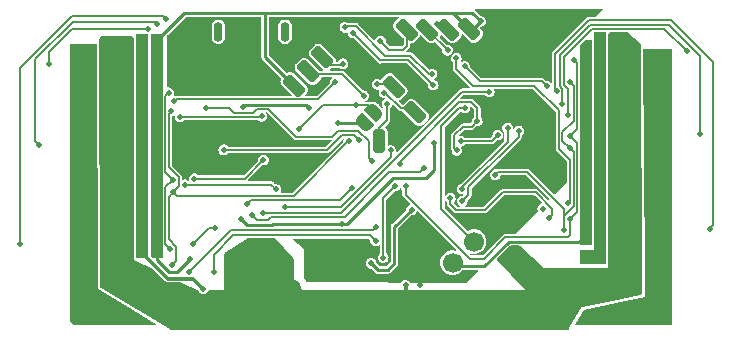
<source format=gbr>
%TF.GenerationSoftware,KiCad,Pcbnew,(6.0.5)*%
%TF.CreationDate,2022-09-09T17:06:15+01:00*%
%TF.ProjectId,ESC,4553432e-6b69-4636-9164-5f7063625858,rev?*%
%TF.SameCoordinates,Original*%
%TF.FileFunction,Copper,L2,Bot*%
%TF.FilePolarity,Positive*%
%FSLAX46Y46*%
G04 Gerber Fmt 4.6, Leading zero omitted, Abs format (unit mm)*
G04 Created by KiCad (PCBNEW (6.0.5)) date 2022-09-09 17:06:15*
%MOMM*%
%LPD*%
G01*
G04 APERTURE LIST*
G04 Aperture macros list*
%AMRoundRect*
0 Rectangle with rounded corners*
0 $1 Rounding radius*
0 $2 $3 $4 $5 $6 $7 $8 $9 X,Y pos of 4 corners*
0 Add a 4 corners polygon primitive as box body*
4,1,4,$2,$3,$4,$5,$6,$7,$8,$9,$2,$3,0*
0 Add four circle primitives for the rounded corners*
1,1,$1+$1,$2,$3*
1,1,$1+$1,$4,$5*
1,1,$1+$1,$6,$7*
1,1,$1+$1,$8,$9*
0 Add four rect primitives between the rounded corners*
20,1,$1+$1,$2,$3,$4,$5,0*
20,1,$1+$1,$4,$5,$6,$7,0*
20,1,$1+$1,$6,$7,$8,$9,0*
20,1,$1+$1,$8,$9,$2,$3,0*%
%AMHorizOval*
0 Thick line with rounded ends*
0 $1 width*
0 $2 $3 position (X,Y) of the first rounded end (center of the circle)*
0 $4 $5 position (X,Y) of the second rounded end (center of the circle)*
0 Add line between two ends*
20,1,$1,$2,$3,$4,$5,0*
0 Add two circle primitives to create the rounded ends*
1,1,$1,$2,$3*
1,1,$1,$4,$5*%
%AMRotRect*
0 Rectangle, with rotation*
0 The origin of the aperture is its center*
0 $1 length*
0 $2 width*
0 $3 Rotation angle, in degrees counterclockwise*
0 Add horizontal line*
21,1,$1,$2,0,0,$3*%
%AMFreePoly0*
4,1,22,0.499999,-0.750000,0.000000,-0.750000,0.000000,-0.745033,-0.079941,-0.743568,-0.215256,-0.701293,-0.333266,-0.622738,-0.424486,-0.514219,-0.481581,-0.384460,-0.499164,-0.250000,-0.500000,-0.250000,-0.500000,0.250000,-0.499164,0.250000,-0.499963,0.256109,-0.478152,0.396186,-0.417904,0.524511,-0.324060,0.630769,-0.204165,0.706417,-0.067858,0.745374,0.000000,0.744960,0.000000,0.750000,
0.499999,0.750000,0.499999,-0.750000,0.499999,-0.750000,$1*%
%AMFreePoly1*
4,1,20,0.000000,0.744960,0.073905,0.744508,0.209726,0.703889,0.328688,0.626782,0.421226,0.519385,0.479903,0.390333,0.500000,0.250000,0.500000,-0.250000,0.499851,-0.262216,0.476331,-0.402017,0.414519,-0.529596,0.319384,-0.634700,0.198574,-0.708877,0.061801,-0.746166,0.000000,-0.745033,0.000000,-0.750000,-0.499999,-0.750000,-0.499999,0.750000,0.000000,0.750000,0.000000,0.744960,
0.000000,0.744960,$1*%
G04 Aperture macros list end*
%TA.AperFunction,SMDPad,CuDef*%
%ADD10RoundRect,0.250000X-0.353553X0.707107X-0.707107X0.353553X0.353553X-0.707107X0.707107X-0.353553X0*%
%TD*%
%TA.AperFunction,ComponentPad*%
%ADD11O,0.750000X1.650000*%
%TD*%
%TA.AperFunction,ComponentPad*%
%ADD12HorizOval,1.700000X0.000000X0.000000X0.000000X0.000000X0*%
%TD*%
%TA.AperFunction,ComponentPad*%
%ADD13RotRect,1.700000X1.700000X315.000000*%
%TD*%
%TA.AperFunction,SMDPad,CuDef*%
%ADD14RoundRect,0.250000X0.250000X0.750000X-0.250000X0.750000X-0.250000X-0.750000X0.250000X-0.750000X0*%
%TD*%
%TA.AperFunction,ComponentPad*%
%ADD15C,0.500000*%
%TD*%
%TA.AperFunction,SMDPad,CuDef*%
%ADD16FreePoly0,45.000000*%
%TD*%
%TA.AperFunction,SMDPad,CuDef*%
%ADD17FreePoly1,45.000000*%
%TD*%
%TA.AperFunction,ViaPad*%
%ADD18C,0.500000*%
%TD*%
%TA.AperFunction,Conductor*%
%ADD19C,0.200000*%
%TD*%
%TA.AperFunction,Conductor*%
%ADD20C,0.250000*%
%TD*%
%TA.AperFunction,Conductor*%
%ADD21C,0.150000*%
%TD*%
%TA.AperFunction,Conductor*%
%ADD22C,0.300000*%
%TD*%
G04 APERTURE END LIST*
D10*
%TO.P,J17,1,Pin_1*%
%TO.N,+5V*%
X176250600Y-94030800D03*
%TD*%
%TO.P,J16,1,Pin_1*%
%TO.N,GND*%
X165000000Y-95200000D03*
%TD*%
%TO.P,J15,1,Pin_1*%
%TO.N,I2C1_SCL*%
X163800000Y-96400000D03*
%TD*%
%TO.P,J14,1,Pin_1*%
%TO.N,I2C1_SDA*%
X162600000Y-97600000D03*
%TD*%
%TO.P,J4,1,Pin_1*%
%TO.N,+5V*%
X161400000Y-98800000D03*
%TD*%
%TO.P,J13,1,Pin_1*%
%TO.N,GND*%
X169138600Y-94056200D03*
%TD*%
%TO.P,J12,1,Pin_1*%
%TO.N,SWCLK*%
X170942000Y-94081600D03*
%TD*%
%TO.P,J11,1,Pin_1*%
%TO.N,SWDIO*%
X172694600Y-94056200D03*
%TD*%
%TO.P,J2,1,Pin_1*%
%TO.N,+3V3*%
X174472600Y-94056200D03*
%TD*%
D11*
%TO.P,J1,*%
%TO.N,*%
X154985200Y-94239600D03*
X160635200Y-94239600D03*
%TD*%
D12*
%TO.P,J3,3,Pin_3*%
%TO.N,+5V*%
X174817498Y-113802702D03*
%TO.P,J3,2,Pin_2*%
%TO.N,PPM_IN*%
X176613549Y-112006651D03*
D13*
%TO.P,J3,1,Pin_1*%
%TO.N,GND*%
X178409600Y-110210600D03*
%TD*%
D10*
%TO.P,J10,1,Pin_1*%
%TO.N,GND*%
X170942000Y-97815400D03*
%TD*%
%TO.P,J9,1,Pin_1*%
%TO.N,GND*%
X172796200Y-99949000D03*
%TD*%
D14*
%TO.P,J8,1,Pin_1*%
%TO.N,GND*%
X170027600Y-102438200D03*
%TD*%
%TO.P,J7,1,Pin_1*%
%TO.N,PWM_3*%
X168630600Y-103505000D03*
%TD*%
D10*
%TO.P,J6,1,Pin_1*%
%TO.N,PWM_2*%
X171653200Y-101066600D03*
%TD*%
%TO.P,J5,1,Pin_1*%
%TO.N,PWM_1*%
X169849800Y-98882200D03*
%TD*%
D15*
%TO.P,IC7,8,VIN*%
%TO.N,+BATT*%
X145821400Y-96352600D03*
X145262600Y-97020600D03*
X145821400Y-97673400D03*
%TO.P,IC7,12,PGND*%
%TO.N,/M2_PGND_preshunt*%
X143129000Y-98435400D03*
X144094200Y-97521000D03*
X144094200Y-96555800D03*
X144094200Y-98435400D03*
X143129000Y-97521000D03*
X143129000Y-96555800D03*
X143173200Y-99455600D03*
%TD*%
%TO.P,IC5,8,VIN*%
%TO.N,+BATT*%
X145262600Y-104020600D03*
X145821400Y-103352600D03*
X145821400Y-104673400D03*
%TO.P,IC5,12,PGND*%
%TO.N,/M2_PGND_preshunt*%
X143129000Y-104521000D03*
X143173200Y-106455600D03*
X144094200Y-104521000D03*
X144094200Y-105435400D03*
X144094200Y-103555800D03*
X143129000Y-105435400D03*
X143129000Y-103555800D03*
%TD*%
%TO.P,IC4,8,VIN*%
%TO.N,+BATT*%
X189948200Y-107284200D03*
X190507000Y-106616200D03*
X189948200Y-105963400D03*
%TO.P,IC4,12,PGND*%
%TO.N,/M1_PGND_preshunt*%
X192640600Y-107081000D03*
X192596400Y-104181200D03*
X191675400Y-107081000D03*
X192640600Y-105201400D03*
X191675400Y-105201400D03*
X192640600Y-106115800D03*
X191675400Y-106115800D03*
%TD*%
%TO.P,IC3,8,VIN*%
%TO.N,+BATT*%
X145821400Y-110352600D03*
X145821400Y-111673400D03*
X145262600Y-111020600D03*
%TO.P,IC3,12,PGND*%
%TO.N,/M2_PGND_preshunt*%
X143173200Y-113455600D03*
X143129000Y-112435400D03*
X144094200Y-110555800D03*
X143129000Y-111521000D03*
X144094200Y-112435400D03*
X143129000Y-110555800D03*
X144094200Y-111521000D03*
%TD*%
%TO.P,IC2,8,VIN*%
%TO.N,+BATT*%
X189948200Y-98963400D03*
X189948200Y-100284200D03*
X190507000Y-99616200D03*
%TO.P,IC2,12,PGND*%
%TO.N,/M1_PGND_preshunt*%
X192640600Y-100081000D03*
X191675400Y-98201400D03*
X191675400Y-100081000D03*
X192640600Y-98201400D03*
X192640600Y-99115800D03*
X192596400Y-97181200D03*
X191675400Y-99115800D03*
%TD*%
%TO.P,IC6,8,VIN*%
%TO.N,+BATT*%
X190507000Y-113616200D03*
X189948200Y-112963400D03*
X189948200Y-114284200D03*
%TO.P,IC6,12,PGND*%
%TO.N,/M1_PGND_preshunt*%
X192640600Y-114081000D03*
X192640600Y-112201400D03*
X191675400Y-114081000D03*
X192640600Y-113115800D03*
X192596400Y-111181200D03*
X191675400Y-112201400D03*
X191675400Y-113115800D03*
%TD*%
D16*
%TO.P,JP1,1,A*%
%TO.N,+3V3*%
X167284400Y-101955600D03*
D17*
%TO.P,JP1,2,B*%
%TO.N,/BOOT0*%
X168203638Y-101036362D03*
%TD*%
D18*
%TO.N,+3V3*%
X157048200Y-100584000D03*
X162636200Y-100660200D03*
X156903875Y-110140246D03*
%TO.N,GND*%
X157536560Y-98114440D03*
X179924758Y-106942842D03*
X153416000Y-102387400D03*
%TO.N,I2C1_SCL*%
X165531800Y-96951800D03*
%TO.N,I2C1_SDA*%
X167284400Y-99669600D03*
%TO.N,+3V3*%
X173532800Y-93599000D03*
%TO.N,SWDIO*%
X174396400Y-95808800D03*
%TO.N,SWCLK*%
X168706800Y-95021400D03*
%TO.N,+3V3*%
X173228000Y-103632000D03*
X165455600Y-110484794D03*
%TO.N,/M1_PGND_preshunt*%
X191693800Y-101803200D03*
X191592200Y-108864400D03*
%TO.N,PWM_1*%
X168452800Y-98704400D03*
%TO.N,PWM_2*%
X169011600Y-99390200D03*
%TO.N,PWM_3*%
X169265600Y-100330000D03*
%TO.N,+3V3*%
X167919400Y-113842800D03*
X171348400Y-109321600D03*
%TO.N,+5V*%
X186131200Y-95275400D03*
%TO.N,/M2_PGND_preshunt*%
X147472400Y-118516400D03*
X143611600Y-108915200D03*
X143560800Y-101904800D03*
X144373600Y-101600000D03*
X144449800Y-108508800D03*
X145338800Y-118364000D03*
X143179800Y-117856000D03*
X144449800Y-117348000D03*
X143154400Y-115849400D03*
X144424400Y-115671600D03*
%TO.N,TEMP_ind*%
X155448000Y-104241600D03*
%TO.N,+BATT*%
X159054800Y-113436400D03*
X157429200Y-113639600D03*
%TO.N,M2_COM*%
X167995600Y-105156000D03*
X153924000Y-100736400D03*
%TO.N,GND*%
X153720800Y-116027200D03*
%TO.N,+5V*%
X152603200Y-113461800D03*
%TO.N,2C_THWn*%
X151739600Y-101447600D03*
X158648400Y-101396800D03*
%TO.N,2C_Gate*%
X164896800Y-98501200D03*
%TO.N,+3V3*%
X165150800Y-101955600D03*
%TO.N,2B_THWn*%
X158800800Y-105105200D03*
X152958800Y-106680000D03*
%TO.N,EN*%
X166014400Y-103530400D03*
X170840400Y-107289600D03*
%TO.N,2A_THWn*%
X152857200Y-112217200D03*
X154711400Y-110845600D03*
%TO.N,ZCD_EN#*%
X169595800Y-104292400D03*
X160629600Y-109067600D03*
%TO.N,2B_Vsense*%
X157810200Y-109728000D03*
X172389800Y-105765600D03*
%TO.N,2C_Vsense*%
X166319200Y-107442000D03*
X157429200Y-108864400D03*
%TO.N,2A_Vsense*%
X158750000Y-109626400D03*
%TO.N,M2_COM*%
X170383200Y-105460800D03*
%TO.N,OPAMP3_VIN+*%
X174625000Y-108331000D03*
%TO.N,GND*%
X181051200Y-108635800D03*
%TO.N,OPAMP3_VIN+*%
X183007000Y-109982000D03*
%TO.N,2B_Gate*%
X152146000Y-107188000D03*
X159867600Y-107594400D03*
%TO.N,+BATT*%
X180009800Y-112699800D03*
X146481800Y-94894400D03*
X147345400Y-101854000D03*
X189026800Y-115011200D03*
X170840400Y-115722400D03*
X189052200Y-100812600D03*
X188391800Y-108813600D03*
X180924200Y-113842800D03*
X147370800Y-94894400D03*
X189026800Y-108026200D03*
X161493200Y-115646200D03*
X187934600Y-115798600D03*
X188722000Y-101676200D03*
X145592800Y-94894400D03*
X146786600Y-95656400D03*
X146761200Y-109753400D03*
X188518800Y-94615000D03*
X147396200Y-108839000D03*
X146761200Y-102641400D03*
X189788800Y-115874800D03*
%TO.N,GND*%
X186105800Y-113512600D03*
X148488400Y-101879400D03*
X148564600Y-99060000D03*
X187350400Y-97688400D03*
X175133000Y-95377000D03*
X187325000Y-94894400D03*
X187350400Y-101574600D03*
X172034200Y-115697000D03*
X171678600Y-110820200D03*
X180695600Y-96774000D03*
X148590000Y-113055400D03*
X148564600Y-106019600D03*
X187325000Y-104952800D03*
X148488400Y-94945200D03*
X148488400Y-108940600D03*
X187350400Y-108585000D03*
%TO.N,+3V3*%
X182448200Y-109220000D03*
%TO.N,+5V*%
X149783800Y-113055400D03*
X186105800Y-109194600D03*
X186131200Y-97510600D03*
X177190400Y-93370400D03*
X186105800Y-102311200D03*
X186105800Y-111404400D03*
X149809200Y-106426000D03*
X149860000Y-99415600D03*
X149809200Y-108331000D03*
X186105800Y-104470200D03*
X149834600Y-101396800D03*
%TO.N,TEMP_ind*%
X166878000Y-103378000D03*
%TO.N,VDC_sense*%
X168942194Y-113362901D03*
X169951400Y-107315000D03*
%TO.N,1A_Vsense*%
X178638200Y-102997000D03*
X175514000Y-103505000D03*
%TO.N,1B_Vsense*%
X175641000Y-107569000D03*
X179476400Y-102387400D03*
%TO.N,2A_Vsense*%
X177927000Y-99314000D03*
%TO.N,PPM_IN*%
X175869600Y-100711000D03*
%TO.N,USB_D-*%
X173075600Y-97840800D03*
X165709600Y-93878400D03*
%TO.N,USB_D+*%
X166395400Y-94335600D03*
X173177200Y-98755200D03*
%TO.N,ZCD_EN#*%
X150901400Y-112649000D03*
X178435000Y-106349800D03*
X184759600Y-98526600D03*
X184251600Y-111048800D03*
X184759600Y-104114600D03*
X150774400Y-99415600D03*
X151130000Y-106756200D03*
%TO.N,1A*%
X184607200Y-101295200D03*
X194640200Y-95910400D03*
%TO.N,EN*%
X151003000Y-100939600D03*
X151028400Y-113995200D03*
X184759600Y-103073200D03*
X185140600Y-96647000D03*
X184759600Y-110083600D03*
X151155400Y-107823000D03*
%TO.N,2A*%
X138226800Y-112242600D03*
X150545800Y-93141800D03*
%TO.N,1B*%
X195770500Y-102933500D03*
X184124600Y-100355400D03*
%TO.N,1B_THWn*%
X182778400Y-98856800D03*
X175844200Y-97180400D03*
%TO.N,2B*%
X149796500Y-93573600D03*
X139776200Y-103809800D03*
%TO.N,1C*%
X196621400Y-110921800D03*
X183642000Y-99288600D03*
%TO.N,1C_THWn*%
X175133000Y-96494600D03*
X184581800Y-108737400D03*
%TO.N,2C_Gate*%
X151231600Y-100101400D03*
%TO.N,2C*%
X149047200Y-94005400D03*
X140690600Y-96977200D03*
%TO.N,M1_COM*%
X180416200Y-102641400D03*
X175641000Y-108585000D03*
%TO.N,M2_COM*%
X175183800Y-104292400D03*
X176911000Y-101803200D03*
%TO.N,/BOOT0*%
X166674800Y-100457000D03*
X161823400Y-102463600D03*
%TO.N,/M1_PGND_preshunt*%
X191135000Y-118338600D03*
X192481200Y-117348000D03*
X189661800Y-117424200D03*
X191693800Y-116230400D03*
X187909200Y-118440200D03*
%TO.N,/M2_SHUNT+*%
X168300400Y-110769400D03*
X152501600Y-114579400D03*
%TO.N,/M2_SHUNT-*%
X154609800Y-114579400D03*
X168300400Y-111937800D03*
%TD*%
D19*
%TO.N,/M2_SHUNT+*%
X168055501Y-111014299D02*
X156066701Y-111014299D01*
X168300400Y-110769400D02*
X168055501Y-111014299D01*
X156066701Y-111014299D02*
X152501600Y-114579400D01*
D20*
%TO.N,+3V3*%
X173228000Y-105943400D02*
X173228000Y-103632000D01*
X172542200Y-106629200D02*
X173228000Y-105943400D01*
X165455600Y-110484794D02*
X165892606Y-110484794D01*
X157380629Y-110617000D02*
X156903875Y-110140246D01*
X165892606Y-110484794D02*
X169748200Y-106629200D01*
X169748200Y-106629200D02*
X172542200Y-106629200D01*
X159644206Y-110484794D02*
X159512000Y-110617000D01*
X165455600Y-110484794D02*
X159644206Y-110484794D01*
X159512000Y-110617000D02*
X157380629Y-110617000D01*
D21*
%TO.N,2A_THWn*%
X154228800Y-110845600D02*
X154711400Y-110845600D01*
X152857200Y-112217200D02*
X154228800Y-110845600D01*
D22*
%TO.N,GND*%
X175869600Y-95377000D02*
X175133000Y-95377000D01*
X177648600Y-97156000D02*
X175869600Y-95377000D01*
X180695600Y-96774000D02*
X180313600Y-97156000D01*
X180313600Y-97156000D02*
X177648600Y-97156000D01*
D21*
%TO.N,EN*%
X185140600Y-96647000D02*
X185369200Y-96875600D01*
X185369200Y-102463600D02*
X184759600Y-103073200D01*
X185369200Y-96875600D02*
X185369200Y-102463600D01*
%TO.N,1B_THWn*%
X182372000Y-98450400D02*
X177114200Y-98450400D01*
X182778400Y-98856800D02*
X182372000Y-98450400D01*
D20*
%TO.N,+3V3*%
X157222320Y-100409880D02*
X157048200Y-100584000D01*
X162385880Y-100409880D02*
X157222320Y-100409880D01*
X162636200Y-100660200D02*
X162385880Y-100409880D01*
D21*
%TO.N,M2_COM*%
X167741600Y-104902000D02*
X167995600Y-105156000D01*
X167741600Y-103530400D02*
X167741600Y-104902000D01*
X166827200Y-102616000D02*
X167741600Y-103530400D01*
X165100000Y-102616000D02*
X166827200Y-102616000D01*
X159207200Y-100787200D02*
X161544000Y-103124000D01*
X158292800Y-100787200D02*
X159207200Y-100787200D01*
X157962600Y-101117400D02*
X158292800Y-100787200D01*
X161544000Y-103124000D02*
X164592000Y-103124000D01*
X156286200Y-101117400D02*
X157962600Y-101117400D01*
X164592000Y-103124000D02*
X165100000Y-102616000D01*
X155905200Y-100736400D02*
X156286200Y-101117400D01*
X153924000Y-100736400D02*
X155905200Y-100736400D01*
%TO.N,2C_Gate*%
X151384000Y-99949000D02*
X151231600Y-100101400D01*
X163439373Y-99958627D02*
X161566527Y-99958627D01*
X161556900Y-99949000D02*
X151384000Y-99949000D01*
X164896800Y-98501200D02*
X163439373Y-99958627D01*
X161566527Y-99958627D02*
X161556900Y-99949000D01*
%TO.N,2B_Vsense*%
X159473900Y-109918500D02*
X165671500Y-109918500D01*
X159207200Y-110185200D02*
X159473900Y-109918500D01*
X158267400Y-110185200D02*
X159207200Y-110185200D01*
X157810200Y-109728000D02*
X158267400Y-110185200D01*
X165671500Y-109918500D02*
X169468800Y-106121200D01*
%TO.N,PWM_3*%
X168630600Y-102362000D02*
X168630600Y-103505000D01*
X169265600Y-100330000D02*
X169265600Y-101727000D01*
X169265600Y-101727000D02*
X168630600Y-102362000D01*
%TO.N,I2C1_SDA*%
X162815400Y-97815400D02*
X162600000Y-97600000D01*
X165430200Y-97815400D02*
X162815400Y-97815400D01*
X167284400Y-99669600D02*
X165430200Y-97815400D01*
%TO.N,I2C1_SCL*%
X164453400Y-97053400D02*
X163800000Y-96400000D01*
X165531800Y-96951800D02*
X165430200Y-97053400D01*
X165430200Y-97053400D02*
X164453400Y-97053400D01*
D20*
%TO.N,+5V*%
X161385600Y-98800000D02*
X158953200Y-96367600D01*
X161400000Y-98800000D02*
X161385600Y-98800000D01*
X158953200Y-96367600D02*
X158953200Y-92633800D01*
X174853600Y-92633800D02*
X174269400Y-92633800D01*
X174269400Y-92633800D02*
X176453800Y-92633800D01*
X176250600Y-94030800D02*
X174853600Y-92633800D01*
X163423600Y-92633800D02*
X174269400Y-92633800D01*
X176530000Y-94030800D02*
X177190400Y-93370400D01*
X176250600Y-94030800D02*
X176530000Y-94030800D01*
X158953200Y-92633800D02*
X163423600Y-92633800D01*
X152095200Y-92633800D02*
X158953200Y-92633800D01*
D21*
%TO.N,PWM_2*%
X170459400Y-100711000D02*
X171653200Y-100711000D01*
X169138600Y-99390200D02*
X170459400Y-100711000D01*
X169011600Y-99390200D02*
X169138600Y-99390200D01*
X171653200Y-100711000D02*
X171856400Y-100914200D01*
%TO.N,1C*%
X183515000Y-96113600D02*
X183515000Y-99161600D01*
X183515000Y-99161600D02*
X183642000Y-99288600D01*
X193319400Y-93243400D02*
X186385200Y-93243400D01*
X186385200Y-93243400D02*
X183515000Y-96113600D01*
X196900800Y-96824800D02*
X193319400Y-93243400D01*
X196900800Y-110642400D02*
X196900800Y-96824800D01*
X196621400Y-110921800D02*
X196900800Y-110642400D01*
D20*
%TO.N,+3V3*%
X173532800Y-93599000D02*
X174015400Y-93599000D01*
X174015400Y-93599000D02*
X174472600Y-94056200D01*
D21*
%TO.N,SWCLK*%
X169443400Y-95758000D02*
X170611800Y-95758000D01*
X168706800Y-95021400D02*
X169443400Y-95758000D01*
X170611800Y-95758000D02*
X170942000Y-95427800D01*
X170942000Y-95427800D02*
X170942000Y-94081600D01*
%TO.N,SWDIO*%
X174396400Y-95808800D02*
X172694600Y-94107000D01*
X172694600Y-94107000D02*
X172694600Y-94056200D01*
%TO.N,USB_D-*%
X166605125Y-93751400D02*
X165836600Y-93751400D01*
X169119725Y-96266000D02*
X166605125Y-93751400D01*
X171253686Y-96266000D02*
X169119725Y-96266000D01*
X165836600Y-93751400D02*
X165709600Y-93878400D01*
X172828486Y-97840800D02*
X171253686Y-96266000D01*
X173075600Y-97840800D02*
X172828486Y-97840800D01*
%TO.N,USB_D+*%
X168716573Y-96656773D02*
X166395400Y-94335600D01*
X171078773Y-96656773D02*
X168716573Y-96656773D01*
X173177200Y-98755200D02*
X171078773Y-96656773D01*
%TO.N,2B*%
X149644100Y-93421200D02*
X149796500Y-93573600D01*
X139496800Y-96570800D02*
X142646400Y-93421200D01*
X139776200Y-103809800D02*
X139496800Y-103530400D01*
X139496800Y-103530400D02*
X139496800Y-96570800D01*
X142646400Y-93421200D02*
X149644100Y-93421200D01*
%TO.N,2A*%
X150317200Y-92913200D02*
X150545800Y-93141800D01*
X142595600Y-92913200D02*
X150317200Y-92913200D01*
X138226800Y-112242600D02*
X138226800Y-97282000D01*
X138226800Y-97282000D02*
X142595600Y-92913200D01*
D20*
%TO.N,+5V*%
X149783800Y-113563400D02*
X149783800Y-113055400D01*
X150774400Y-114554000D02*
X149783800Y-113563400D01*
X151511000Y-114554000D02*
X150774400Y-114554000D01*
X152603200Y-113461800D02*
X151511000Y-114554000D01*
D21*
%TO.N,EN*%
X176276000Y-113461800D02*
X170840400Y-108026200D01*
X179298600Y-111658400D02*
X177495200Y-113461800D01*
X184759600Y-111455200D02*
X184556400Y-111658400D01*
X184556400Y-111658400D02*
X179298600Y-111658400D01*
X177495200Y-113461800D02*
X176276000Y-113461800D01*
X170840400Y-108026200D02*
X170840400Y-107289600D01*
X184759600Y-110083600D02*
X184759600Y-111455200D01*
%TO.N,2B_Vsense*%
X172034200Y-106121200D02*
X172389800Y-105765600D01*
X169468800Y-106121200D02*
X172034200Y-106121200D01*
%TO.N,VDC_sense*%
X169951400Y-107315000D02*
X168942194Y-108324206D01*
X168942194Y-108324206D02*
X168942194Y-113362901D01*
%TO.N,2C*%
X140690600Y-95935800D02*
X142621000Y-94005400D01*
X142621000Y-94005400D02*
X149047200Y-94005400D01*
X140690600Y-96977200D02*
X140690600Y-95935800D01*
%TO.N,PWM_1*%
X169672000Y-98704400D02*
X169849800Y-98882200D01*
X168452800Y-98704400D02*
X169672000Y-98704400D01*
%TO.N,ZCD_EN#*%
X165404800Y-109067600D02*
X160629600Y-109067600D01*
X169595800Y-104876600D02*
X165404800Y-109067600D01*
X169595800Y-104292400D02*
X169595800Y-104876600D01*
D20*
%TO.N,+3V3*%
X169900600Y-113842800D02*
X169900600Y-110769400D01*
X169900600Y-110769400D02*
X171348400Y-109321600D01*
X169341800Y-114401600D02*
X169900600Y-113842800D01*
X168478200Y-114401600D02*
X169341800Y-114401600D01*
X167919400Y-113842800D02*
X168478200Y-114401600D01*
%TO.N,+5V*%
X177520600Y-114096800D02*
X175111596Y-114096800D01*
X179603400Y-112014000D02*
X177520600Y-114096800D01*
X185496200Y-112014000D02*
X179603400Y-112014000D01*
X175111596Y-114096800D02*
X174817498Y-113802702D01*
X186105800Y-111404400D02*
X185496200Y-112014000D01*
D21*
%TO.N,M1_COM*%
X180416200Y-103124000D02*
X180416200Y-102641400D01*
X176149000Y-107391200D02*
X180416200Y-103124000D01*
X175641000Y-108585000D02*
X176149000Y-108077000D01*
X176149000Y-108077000D02*
X176149000Y-107391200D01*
%TO.N,M2_COM*%
X176428400Y-102285800D02*
X176911000Y-101803200D01*
X174980600Y-104089200D02*
X174980600Y-102997000D01*
X174980600Y-102997000D02*
X175691800Y-102285800D01*
X175691800Y-102285800D02*
X176428400Y-102285800D01*
X175183800Y-104292400D02*
X174980600Y-104089200D01*
%TO.N,TEMP_ind*%
X164185600Y-104241600D02*
X155448000Y-104241600D01*
X164693600Y-103733600D02*
X164185600Y-104241600D01*
X165760400Y-102971600D02*
X165455600Y-102971600D01*
X166471600Y-102971600D02*
X165760400Y-102971600D01*
X165455600Y-102971600D02*
X164693600Y-103733600D01*
X166878000Y-103378000D02*
X166471600Y-102971600D01*
%TO.N,EN*%
X151485600Y-108153200D02*
X151155400Y-107823000D01*
X161363312Y-108153200D02*
X151485600Y-108153200D01*
X165986112Y-103530400D02*
X161363312Y-108153200D01*
X166014400Y-103530400D02*
X165986112Y-103530400D01*
%TO.N,2A_Vsense*%
X175641000Y-99314000D02*
X177927000Y-99314000D01*
X165354000Y-109601000D02*
X175641000Y-99314000D01*
X158775400Y-109601000D02*
X165354000Y-109601000D01*
X158750000Y-109626400D02*
X158775400Y-109601000D01*
%TO.N,2B_Gate*%
X159461200Y-107188000D02*
X152146000Y-107188000D01*
X159867600Y-107594400D02*
X159461200Y-107188000D01*
%TO.N,2C_THWn*%
X158597600Y-101447600D02*
X151739600Y-101447600D01*
X158648400Y-101396800D02*
X158597600Y-101447600D01*
%TO.N,2B_THWn*%
X157226000Y-106680000D02*
X152958800Y-106680000D01*
X158800800Y-105105200D02*
X157226000Y-106680000D01*
%TO.N,2C_Vsense*%
X165252400Y-108508800D02*
X166319200Y-107442000D01*
X157429200Y-108864400D02*
X157784800Y-108508800D01*
X157784800Y-108508800D02*
X165252400Y-108508800D01*
D22*
%TO.N,GND*%
X148615400Y-113055400D02*
X148590000Y-113055400D01*
X150723600Y-115163600D02*
X148615400Y-113055400D01*
X152857200Y-115163600D02*
X150723600Y-115163600D01*
X153720800Y-116027200D02*
X152857200Y-115163600D01*
D20*
%TO.N,+3V3*%
X165150800Y-101955600D02*
X167284400Y-101955600D01*
D21*
%TO.N,/BOOT0*%
X167624276Y-100457000D02*
X168203638Y-101036362D01*
X166674800Y-100457000D02*
X167624276Y-100457000D01*
%TO.N,M2_COM*%
X175387000Y-100203000D02*
X176403000Y-100203000D01*
X176911000Y-100711000D02*
X176911000Y-101803200D01*
X170434000Y-105410000D02*
X170434000Y-105156000D01*
X170434000Y-105156000D02*
X175387000Y-100203000D01*
X170383200Y-105460800D02*
X170434000Y-105410000D01*
X176403000Y-100203000D02*
X176911000Y-100711000D01*
%TO.N,PPM_IN*%
X173863000Y-102209600D02*
X173863000Y-109256102D01*
%TO.N,OPAMP3_VIN+*%
X183261000Y-109728000D02*
X183007000Y-109982000D01*
X183261000Y-109220000D02*
X183261000Y-109728000D01*
X181864000Y-107823000D02*
X183261000Y-109220000D01*
X179070000Y-107823000D02*
X181864000Y-107823000D01*
X177546000Y-109347000D02*
X179070000Y-107823000D01*
X175133000Y-109347000D02*
X177546000Y-109347000D01*
X174625000Y-108839000D02*
X175133000Y-109347000D01*
X174625000Y-108331000D02*
X174625000Y-108839000D01*
%TO.N,PPM_IN*%
X175361600Y-100711000D02*
X173863000Y-102209600D01*
X175869600Y-100711000D02*
X175361600Y-100711000D01*
X173863000Y-109256102D02*
X176613549Y-112006651D01*
%TO.N,1B_Vsense*%
X175641000Y-107391200D02*
X179476400Y-103555800D01*
X175641000Y-107569000D02*
X175641000Y-107391200D01*
X179476400Y-103555800D02*
X179476400Y-102387400D01*
D22*
%TO.N,GND*%
X181051200Y-108635800D02*
X179984400Y-108635800D01*
X179984400Y-108635800D02*
X178409600Y-110210600D01*
%TO.N,+BATT*%
X170840400Y-115722400D02*
X170840400Y-116408200D01*
%TO.N,GND*%
X171678600Y-114579400D02*
X172034200Y-114935000D01*
X171678600Y-110820200D02*
X171678600Y-114579400D01*
X172034200Y-114935000D02*
X172034200Y-115697000D01*
D20*
%TO.N,+5V*%
X149885400Y-94843600D02*
X152095200Y-92633800D01*
X176453800Y-92633800D02*
X177190400Y-93370400D01*
D21*
%TO.N,1A_Vsense*%
X178130200Y-103505000D02*
X178638200Y-102997000D01*
X175514000Y-103505000D02*
X178130200Y-103505000D01*
%TO.N,ZCD_EN#*%
X150495000Y-106121200D02*
X151130000Y-106756200D01*
X184124600Y-103479600D02*
X184759600Y-104114600D01*
X184251600Y-109880400D02*
X185092680Y-109039320D01*
X150495000Y-99695000D02*
X150495000Y-106121200D01*
X181152800Y-106121200D02*
X184251600Y-109220000D01*
X185092680Y-104447680D02*
X184759600Y-104114600D01*
X185092680Y-109039320D02*
X185092680Y-104447680D01*
X178663600Y-106121200D02*
X181152800Y-106121200D01*
X150495000Y-112242600D02*
X150495000Y-107391200D01*
X150901400Y-112649000D02*
X150495000Y-112242600D01*
X150774400Y-99415600D02*
X150495000Y-99695000D01*
X184251600Y-109220000D02*
X184251600Y-109880400D01*
X184251600Y-111048800D02*
X184251600Y-109880400D01*
X150495000Y-107391200D02*
X151130000Y-106756200D01*
X184759600Y-98526600D02*
X185092680Y-98859680D01*
X184124600Y-102743000D02*
X184124600Y-103479600D01*
X185092680Y-98859680D02*
X185092680Y-101774920D01*
X185092680Y-101774920D02*
X184124600Y-102743000D01*
X178435000Y-106349800D02*
X178663600Y-106121200D01*
%TO.N,1A*%
X184607200Y-99085400D02*
X184251600Y-98729800D01*
X184251600Y-98729800D02*
X184251600Y-96393000D01*
X192735200Y-94005400D02*
X194640200Y-95910400D01*
X186639200Y-94005400D02*
X192735200Y-94005400D01*
X184251600Y-96393000D02*
X186639200Y-94005400D01*
X184607200Y-101295200D02*
X184607200Y-99085400D01*
%TO.N,EN*%
X151155400Y-107823000D02*
X150771520Y-108206880D01*
X150774400Y-105689400D02*
X150774400Y-101168200D01*
X151409400Y-113614200D02*
X151028400Y-113995200D01*
X151638000Y-106553000D02*
X150774400Y-105689400D01*
X184759600Y-103073200D02*
X185369200Y-103682800D01*
X150774400Y-101168200D02*
X151003000Y-100939600D01*
X185369200Y-109474000D02*
X184759600Y-110083600D01*
X151409400Y-112445800D02*
X151409400Y-113614200D01*
X150771520Y-108206880D02*
X150771520Y-111807920D01*
X151638000Y-107340400D02*
X151638000Y-106553000D01*
X151155400Y-107823000D02*
X151638000Y-107340400D01*
X150771520Y-111807920D02*
X151409400Y-112445800D01*
X185369200Y-103682800D02*
X185369200Y-109474000D01*
%TO.N,1B*%
X186486800Y-93675200D02*
X183921400Y-96240600D01*
X184124600Y-99060000D02*
X184124600Y-100355400D01*
X193116200Y-93675200D02*
X186486800Y-93675200D01*
X183921400Y-98856800D02*
X184124600Y-99060000D01*
X195770500Y-96329500D02*
X193116200Y-93675200D01*
X183921400Y-96240600D02*
X183921400Y-98856800D01*
X195770500Y-102933500D02*
X195770500Y-96329500D01*
%TO.N,1B_THWn*%
X175844200Y-97180400D02*
X177114200Y-98450400D01*
%TO.N,1C_THWn*%
X181737000Y-98806000D02*
X183819800Y-100888800D01*
X175133000Y-96494600D02*
X175133000Y-97409000D01*
X183819800Y-104165400D02*
X184785000Y-105130600D01*
X175133000Y-97409000D02*
X176530000Y-98806000D01*
X184785000Y-108534200D02*
X184581800Y-108737400D01*
X176530000Y-98806000D02*
X181737000Y-98806000D01*
X183819800Y-100888800D02*
X183819800Y-104165400D01*
X184785000Y-105130600D02*
X184785000Y-108534200D01*
%TO.N,/BOOT0*%
X161823400Y-102463600D02*
X163830000Y-100457000D01*
X163830000Y-100457000D02*
X166674800Y-100457000D01*
D19*
%TO.N,/M2_SHUNT-*%
X156253096Y-111464301D02*
X154609800Y-113107597D01*
X154609800Y-113107597D02*
X154609800Y-114579400D01*
X167826901Y-111464301D02*
X156253096Y-111464301D01*
X168300400Y-111937800D02*
X167826901Y-111464301D01*
%TD*%
%TA.AperFunction,Conductor*%
%TO.N,+5V*%
G36*
X150288344Y-94440656D02*
G01*
X150291800Y-94449000D01*
X150291800Y-99590369D01*
X150289896Y-99596796D01*
X150279774Y-99612382D01*
X150279580Y-99613607D01*
X150277163Y-99628868D01*
X150276288Y-99631822D01*
X150269500Y-99647068D01*
X150269500Y-99676321D01*
X150269355Y-99678166D01*
X150264778Y-99707065D01*
X150265099Y-99708263D01*
X150269098Y-99723188D01*
X150269500Y-99726242D01*
X150269500Y-106114972D01*
X150269484Y-106115590D01*
X150267300Y-106157264D01*
X150267745Y-106158423D01*
X150267745Y-106158424D01*
X150277785Y-106184579D01*
X150278311Y-106186355D01*
X150284134Y-106213752D01*
X150284135Y-106213754D01*
X150284393Y-106214968D01*
X150289548Y-106222063D01*
X150291800Y-106228997D01*
X150291800Y-107286569D01*
X150289896Y-107292996D01*
X150279774Y-107308582D01*
X150279580Y-107309807D01*
X150277163Y-107325068D01*
X150276288Y-107328022D01*
X150269500Y-107343268D01*
X150269500Y-107372521D01*
X150269355Y-107374366D01*
X150264778Y-107403265D01*
X150265099Y-107404463D01*
X150269098Y-107419388D01*
X150269500Y-107422442D01*
X150269500Y-112236372D01*
X150269484Y-112236990D01*
X150267300Y-112278664D01*
X150267745Y-112279823D01*
X150267745Y-112279824D01*
X150277785Y-112305979D01*
X150278311Y-112307755D01*
X150284134Y-112335152D01*
X150284135Y-112335154D01*
X150284393Y-112336368D01*
X150289548Y-112343463D01*
X150291800Y-112350397D01*
X150291800Y-113424600D01*
X150288344Y-113432944D01*
X150280000Y-113436400D01*
X149426259Y-113436400D01*
X149417915Y-113432944D01*
X149304488Y-113319517D01*
X149301033Y-113311190D01*
X149275816Y-94449016D01*
X149279261Y-94440667D01*
X149287616Y-94437200D01*
X150280000Y-94437200D01*
X150288344Y-94440656D01*
G37*
%TD.AperFunction*%
%TD*%
%TA.AperFunction,Conductor*%
%TO.N,GND*%
G36*
X149043744Y-94440656D02*
G01*
X149047200Y-94449000D01*
X149047200Y-113424600D01*
X149043744Y-113432944D01*
X149035400Y-113436400D01*
X148068384Y-113436400D01*
X148060040Y-113432944D01*
X148056584Y-113424616D01*
X148031216Y-94449016D01*
X148034661Y-94440667D01*
X148043016Y-94437200D01*
X149035400Y-94437200D01*
X149043744Y-94440656D01*
G37*
%TD.AperFunction*%
%TD*%
%TA.AperFunction,Conductor*%
%TO.N,/M1_PGND_preshunt*%
G36*
X193366773Y-95685227D02*
G01*
X193370200Y-95693500D01*
X193370200Y-118995458D01*
X193368235Y-119001948D01*
X193322873Y-119069990D01*
X193315432Y-119074973D01*
X193313138Y-119075200D01*
X185186457Y-119075200D01*
X185178184Y-119071773D01*
X185174757Y-119063500D01*
X185176372Y-119057568D01*
X185925378Y-117784257D01*
X185933060Y-117778739D01*
X188658185Y-117207127D01*
X191132723Y-116688078D01*
X191132724Y-116688077D01*
X191135000Y-116687600D01*
X191135000Y-114655600D01*
X190982695Y-95693594D01*
X190986056Y-95685294D01*
X190994395Y-95681800D01*
X193358500Y-95681800D01*
X193366773Y-95685227D01*
G37*
%TD.AperFunction*%
%TD*%
%TA.AperFunction,Conductor*%
%TO.N,/M2_PGND_preshunt*%
G36*
X144680844Y-95304256D02*
G01*
X144681940Y-95305520D01*
X144752245Y-95399260D01*
X144754605Y-95406324D01*
X144780000Y-116052600D01*
X147116540Y-117373253D01*
X147117039Y-117373551D01*
X149774750Y-119053425D01*
X149779956Y-119060805D01*
X149778420Y-119069705D01*
X149771040Y-119074911D01*
X149768445Y-119075200D01*
X142802733Y-119075200D01*
X142795653Y-119072840D01*
X142779607Y-119060805D01*
X142397120Y-118773940D01*
X142392519Y-118766169D01*
X142392400Y-118764500D01*
X142392400Y-95312600D01*
X142395856Y-95304256D01*
X142404200Y-95300800D01*
X144672500Y-95300800D01*
X144680844Y-95304256D01*
G37*
%TD.AperFunction*%
%TD*%
%TA.AperFunction,Conductor*%
%TO.N,GND*%
G36*
X187804158Y-94288227D02*
G01*
X187807585Y-94296515D01*
X187782215Y-113881915D01*
X187778777Y-113890184D01*
X187770515Y-113893600D01*
X185609500Y-113893600D01*
X185601227Y-113890173D01*
X185597800Y-113881900D01*
X185597800Y-112736900D01*
X185601227Y-112728627D01*
X185609500Y-112725200D01*
X186791600Y-112725200D01*
X186791600Y-94296500D01*
X186795027Y-94288227D01*
X186803300Y-94284800D01*
X187795885Y-94284800D01*
X187804158Y-94288227D01*
G37*
%TD.AperFunction*%
%TD*%
%TA.AperFunction,Conductor*%
%TO.N,+5V*%
G36*
X186610373Y-94974027D02*
G01*
X186613800Y-94982300D01*
X186613800Y-112256300D01*
X186610373Y-112264573D01*
X186602100Y-112268000D01*
X185609500Y-112268000D01*
X185601227Y-112264573D01*
X185597800Y-112256300D01*
X185597800Y-109473096D01*
X185597944Y-109471266D01*
X185599230Y-109463149D01*
X185599230Y-109463147D01*
X185599422Y-109461934D01*
X185598199Y-109457369D01*
X185597800Y-109454342D01*
X185597800Y-102462696D01*
X185597944Y-102460866D01*
X185599230Y-102452749D01*
X185599230Y-102452747D01*
X185599422Y-102451534D01*
X185598199Y-102446969D01*
X185597800Y-102443942D01*
X185597800Y-95370551D01*
X185601227Y-95362278D01*
X185989478Y-94974027D01*
X185997751Y-94970600D01*
X186602100Y-94970600D01*
X186610373Y-94974027D01*
G37*
%TD.AperFunction*%
%TD*%
%TA.AperFunction,Conductor*%
%TO.N,+BATT*%
G36*
X189642143Y-94303754D02*
G01*
X189705434Y-94341828D01*
X190714666Y-95175542D01*
X190776056Y-95250839D01*
X190803958Y-95343901D01*
X190805079Y-95366913D01*
X190854626Y-116101905D01*
X190855115Y-116306753D01*
X190836389Y-116402086D01*
X190782606Y-116482996D01*
X190701954Y-116537166D01*
X190656806Y-116551133D01*
X189159450Y-116862465D01*
X185748812Y-117571607D01*
X185748810Y-117571608D01*
X185724800Y-117576600D01*
X185715548Y-117592838D01*
X185715547Y-117592839D01*
X184714621Y-119349568D01*
X184650980Y-119422977D01*
X184564091Y-119466444D01*
X184498274Y-119475300D01*
X150995701Y-119475300D01*
X150900413Y-119456346D01*
X150867088Y-119439512D01*
X145077847Y-115947217D01*
X145006045Y-115881768D01*
X144964756Y-115793824D01*
X144957465Y-115734601D01*
X144956876Y-115487460D01*
X144908855Y-95366913D01*
X144907596Y-94839194D01*
X144926322Y-94743861D01*
X144980106Y-94662951D01*
X145060758Y-94608782D01*
X145156595Y-94589600D01*
X147604732Y-94589600D01*
X147700020Y-94608554D01*
X147780802Y-94662530D01*
X147834778Y-94743312D01*
X147853732Y-94838267D01*
X147878767Y-113564277D01*
X147878800Y-113588800D01*
X149423476Y-114309649D01*
X149494247Y-114359218D01*
X150475571Y-115340542D01*
X150478175Y-115345869D01*
X150491203Y-115357954D01*
X150512377Y-115377596D01*
X150519106Y-115384077D01*
X150530877Y-115395848D01*
X150530488Y-115396237D01*
X150533763Y-115400279D01*
X150534009Y-115400435D01*
X150535391Y-115398945D01*
X150560246Y-115422001D01*
X150580960Y-115430265D01*
X150581148Y-115430389D01*
X150581356Y-115430476D01*
X150599746Y-115443092D01*
X150622113Y-115448400D01*
X150626577Y-115450378D01*
X150645832Y-115456468D01*
X150647900Y-115456971D01*
X150664222Y-115463483D01*
X150670515Y-115464100D01*
X150688271Y-115464100D01*
X150708666Y-115468940D01*
X150731448Y-115465840D01*
X150733748Y-115465952D01*
X150761099Y-115464100D01*
X151842059Y-115464100D01*
X151937347Y-115483054D01*
X151947357Y-115487460D01*
X153212800Y-116078000D01*
X153211044Y-116081763D01*
X153257969Y-116103669D01*
X153323575Y-116175327D01*
X153332508Y-116191367D01*
X153376367Y-116277445D01*
X153470555Y-116371633D01*
X153589238Y-116432105D01*
X153608588Y-116435170D01*
X153608589Y-116435170D01*
X153701448Y-116449877D01*
X153720800Y-116452942D01*
X153740152Y-116449877D01*
X153833011Y-116435170D01*
X153833012Y-116435170D01*
X153852362Y-116432105D01*
X153971045Y-116371633D01*
X154065233Y-116277445D01*
X154097067Y-116214968D01*
X154157215Y-116138670D01*
X154241982Y-116091198D01*
X154319156Y-116079011D01*
X154359110Y-116079048D01*
X155474273Y-116080067D01*
X155474275Y-116080067D01*
X155498798Y-116080089D01*
X155498800Y-113069381D01*
X155517754Y-112974093D01*
X155571731Y-112893311D01*
X155619689Y-112855867D01*
X157462325Y-111750285D01*
X157553785Y-111717513D01*
X157590434Y-111714801D01*
X159709678Y-111714801D01*
X159804966Y-111733755D01*
X159885748Y-111787731D01*
X159896076Y-111798705D01*
X161328998Y-113416520D01*
X161377989Y-113500419D01*
X161391600Y-113581616D01*
X161391600Y-115290600D01*
X161564930Y-115290600D01*
X161660218Y-115309554D01*
X161741000Y-115363530D01*
X161789527Y-115432096D01*
X162102792Y-116086573D01*
X162123884Y-116086592D01*
X162123885Y-116086592D01*
X171852875Y-116095255D01*
X171902444Y-116103129D01*
X171902638Y-116101905D01*
X172034200Y-116122742D01*
X172165762Y-116101905D01*
X172165985Y-116103315D01*
X172214977Y-116095577D01*
X181000400Y-116103400D01*
X180983914Y-116086424D01*
X178660257Y-113693746D01*
X178607468Y-113612184D01*
X178589911Y-113516628D01*
X178610257Y-113421628D01*
X178662814Y-113344202D01*
X179644586Y-112362430D01*
X179725368Y-112308454D01*
X179820656Y-112289500D01*
X180356727Y-112289500D01*
X180452015Y-112308454D01*
X180524578Y-112354578D01*
X182600600Y-114249200D01*
X182622553Y-114249097D01*
X184291266Y-114241263D01*
X188010800Y-114223800D01*
X188007597Y-111709200D01*
X187985718Y-94534117D01*
X188004551Y-94438805D01*
X188058424Y-94357955D01*
X188139137Y-94303876D01*
X188234718Y-94284800D01*
X189546855Y-94284800D01*
X189642143Y-94303754D01*
G37*
%TD.AperFunction*%
%TD*%
%TA.AperFunction,Conductor*%
%TO.N,GND*%
G36*
X170422687Y-107487945D02*
G01*
X170446172Y-107512308D01*
X170454005Y-107530110D01*
X170456251Y-107532782D01*
X170456253Y-107532785D01*
X170534790Y-107626216D01*
X170537039Y-107628891D01*
X170542747Y-107632690D01*
X170543054Y-107632895D01*
X170563942Y-107664042D01*
X170564900Y-107673683D01*
X170564900Y-107994244D01*
X170563958Y-108003803D01*
X170559503Y-108026200D01*
X170564900Y-108053332D01*
X170564900Y-108053333D01*
X170580885Y-108133695D01*
X170641776Y-108224824D01*
X170645787Y-108227504D01*
X170660766Y-108237513D01*
X170668191Y-108243607D01*
X171234464Y-108809880D01*
X171248816Y-108844528D01*
X171234464Y-108879176D01*
X171213283Y-108891641D01*
X171187133Y-108899115D01*
X171165909Y-108905180D01*
X171165906Y-108905181D01*
X171162555Y-108906139D01*
X171053419Y-108974999D01*
X170992548Y-109043923D01*
X170976996Y-109061532D01*
X170967996Y-109071722D01*
X170966512Y-109074883D01*
X170918833Y-109176437D01*
X170913154Y-109188532D01*
X170912617Y-109191979D01*
X170912617Y-109191980D01*
X170895700Y-109300632D01*
X170881931Y-109327742D01*
X169682004Y-110527670D01*
X169678852Y-110530558D01*
X169650693Y-110554186D01*
X169650690Y-110554189D01*
X169647406Y-110556945D01*
X169645262Y-110560659D01*
X169626884Y-110592491D01*
X169624588Y-110596095D01*
X169601046Y-110629716D01*
X169598951Y-110637535D01*
X169594057Y-110649348D01*
X169590012Y-110656355D01*
X169589267Y-110660578D01*
X169589267Y-110660579D01*
X169582886Y-110696772D01*
X169581961Y-110700942D01*
X169571336Y-110740593D01*
X169571709Y-110744858D01*
X169571709Y-110744860D01*
X169574914Y-110781488D01*
X169575100Y-110785759D01*
X169575100Y-113687678D01*
X169560748Y-113722326D01*
X169221326Y-114061748D01*
X169186678Y-114076100D01*
X168633322Y-114076100D01*
X168598674Y-114061748D01*
X168385208Y-113848282D01*
X168371351Y-113820581D01*
X168366680Y-113787964D01*
X168356239Y-113715059D01*
X168350795Y-113703084D01*
X168326021Y-113648599D01*
X168302828Y-113597588D01*
X168298192Y-113592207D01*
X168220873Y-113502474D01*
X168218593Y-113499828D01*
X168159922Y-113461800D01*
X168113237Y-113431540D01*
X168113233Y-113431538D01*
X168110306Y-113429641D01*
X168106962Y-113428641D01*
X168106960Y-113428640D01*
X167998770Y-113396284D01*
X167986673Y-113392666D01*
X167920473Y-113392262D01*
X167861123Y-113391899D01*
X167861121Y-113391899D01*
X167857631Y-113391878D01*
X167854276Y-113392837D01*
X167854275Y-113392837D01*
X167752890Y-113421813D01*
X167733555Y-113427339D01*
X167624419Y-113496199D01*
X167610589Y-113511859D01*
X167545456Y-113585608D01*
X167538996Y-113592922D01*
X167484154Y-113709732D01*
X167483617Y-113713179D01*
X167483617Y-113713180D01*
X167465710Y-113828193D01*
X167464301Y-113837240D01*
X167464753Y-113840697D01*
X167464753Y-113840700D01*
X167467556Y-113862132D01*
X167481033Y-113965194D01*
X167482440Y-113968391D01*
X167482440Y-113968392D01*
X167499129Y-114006320D01*
X167533005Y-114083310D01*
X167535251Y-114085982D01*
X167535253Y-114085985D01*
X167613792Y-114179418D01*
X167616039Y-114182091D01*
X167618943Y-114184024D01*
X167618944Y-114184025D01*
X167632396Y-114192979D01*
X167723460Y-114253596D01*
X167726786Y-114254635D01*
X167726788Y-114254636D01*
X167745558Y-114260500D01*
X167846633Y-114292078D01*
X167850123Y-114292142D01*
X167889736Y-114292868D01*
X167923486Y-114307212D01*
X168236470Y-114620196D01*
X168239358Y-114623348D01*
X168262986Y-114651507D01*
X168262989Y-114651510D01*
X168265745Y-114654794D01*
X168269459Y-114656938D01*
X168301291Y-114675316D01*
X168304895Y-114677612D01*
X168338516Y-114701154D01*
X168346336Y-114703249D01*
X168358148Y-114708143D01*
X168360209Y-114709333D01*
X168365155Y-114712188D01*
X168405584Y-114719317D01*
X168409747Y-114720241D01*
X168426422Y-114724709D01*
X168445254Y-114729755D01*
X168445256Y-114729755D01*
X168449394Y-114730864D01*
X168453659Y-114730491D01*
X168453661Y-114730491D01*
X168490293Y-114727286D01*
X168494563Y-114727100D01*
X169325441Y-114727100D01*
X169329712Y-114727286D01*
X169366340Y-114730491D01*
X169366342Y-114730491D01*
X169370607Y-114730864D01*
X169383960Y-114727286D01*
X169410246Y-114720242D01*
X169410258Y-114720239D01*
X169414423Y-114719315D01*
X169431232Y-114716351D01*
X169450621Y-114712933D01*
X169450622Y-114712933D01*
X169454845Y-114712188D01*
X169458562Y-114710042D01*
X169461852Y-114708143D01*
X169473664Y-114703249D01*
X169481484Y-114701154D01*
X169515105Y-114677612D01*
X169518709Y-114675316D01*
X169550541Y-114656938D01*
X169554255Y-114654794D01*
X169580645Y-114623344D01*
X169583532Y-114620194D01*
X170119196Y-114084530D01*
X170122348Y-114081642D01*
X170150507Y-114058014D01*
X170150510Y-114058011D01*
X170153794Y-114055255D01*
X170174316Y-114019708D01*
X170176613Y-114016103D01*
X170197694Y-113985997D01*
X170200154Y-113982484D01*
X170202249Y-113974664D01*
X170207143Y-113962852D01*
X170209044Y-113959558D01*
X170211188Y-113955845D01*
X170218317Y-113915416D01*
X170219242Y-113911248D01*
X170220742Y-113905652D01*
X170227003Y-113882283D01*
X170228755Y-113875746D01*
X170228755Y-113875744D01*
X170229864Y-113871606D01*
X170226286Y-113830707D01*
X170226100Y-113826437D01*
X170226100Y-110924522D01*
X170240452Y-110889874D01*
X171343214Y-109787113D01*
X171378759Y-109772769D01*
X171397385Y-109773110D01*
X171404655Y-109773243D01*
X171529155Y-109739300D01*
X171532126Y-109737476D01*
X171532128Y-109737475D01*
X171636150Y-109673605D01*
X171639124Y-109671779D01*
X171725722Y-109576107D01*
X171755161Y-109515346D01*
X171780466Y-109463117D01*
X171780467Y-109463115D01*
X171781988Y-109459975D01*
X171782317Y-109458021D01*
X171806164Y-109429805D01*
X171843536Y-109426668D01*
X171863284Y-109438700D01*
X175126563Y-112701979D01*
X175140915Y-112736627D01*
X175126563Y-112771275D01*
X175091915Y-112785627D01*
X175077426Y-112783436D01*
X175032039Y-112769387D01*
X175032040Y-112769387D01*
X175029752Y-112768679D01*
X175027377Y-112768429D01*
X175027375Y-112768429D01*
X174827250Y-112747395D01*
X174827245Y-112747395D01*
X174824867Y-112747145D01*
X174822482Y-112747362D01*
X174822477Y-112747362D01*
X174722284Y-112756481D01*
X174619701Y-112765816D01*
X174478742Y-112807302D01*
X174424373Y-112823304D01*
X174424371Y-112823305D01*
X174422070Y-112823982D01*
X174381667Y-112845104D01*
X174280662Y-112897909D01*
X174239500Y-112919428D01*
X174157704Y-112985193D01*
X174080810Y-113047017D01*
X174080807Y-113047020D01*
X174078945Y-113048517D01*
X174077406Y-113050351D01*
X174077405Y-113050352D01*
X174057395Y-113074199D01*
X173946522Y-113206332D01*
X173945367Y-113208433D01*
X173853310Y-113375885D01*
X173847274Y-113386864D01*
X173846550Y-113389145D01*
X173846550Y-113389146D01*
X173845379Y-113392837D01*
X173784982Y-113583234D01*
X173762018Y-113787964D01*
X173762218Y-113790346D01*
X173762218Y-113790350D01*
X173767572Y-113854100D01*
X173779257Y-113993255D01*
X173785809Y-114016103D01*
X173822964Y-114145678D01*
X173836042Y-114191288D01*
X173930210Y-114374520D01*
X173931696Y-114376395D01*
X173931698Y-114376398D01*
X173968080Y-114422300D01*
X174058175Y-114535972D01*
X174060001Y-114537526D01*
X174060002Y-114537527D01*
X174197791Y-114654794D01*
X174215062Y-114669493D01*
X174394896Y-114769999D01*
X174443434Y-114785770D01*
X174588545Y-114832920D01*
X174588549Y-114832921D01*
X174590827Y-114833661D01*
X174795392Y-114858053D01*
X175000798Y-114842248D01*
X175199223Y-114786847D01*
X175201352Y-114785772D01*
X175201356Y-114785770D01*
X175312246Y-114729755D01*
X175383108Y-114693960D01*
X175529739Y-114579400D01*
X175543560Y-114568602D01*
X175543561Y-114568601D01*
X175545449Y-114567126D01*
X175557629Y-114553016D01*
X175655799Y-114439283D01*
X175692892Y-114422300D01*
X176899004Y-114422300D01*
X176933652Y-114436652D01*
X176948004Y-114471300D01*
X176933652Y-114505948D01*
X175934866Y-115504734D01*
X175899943Y-115519085D01*
X172225521Y-115498364D01*
X171259565Y-115492917D01*
X171222721Y-115475904D01*
X171139593Y-115379428D01*
X171090608Y-115347678D01*
X171034237Y-115311140D01*
X171034233Y-115311138D01*
X171031306Y-115309241D01*
X171027962Y-115308241D01*
X171027960Y-115308240D01*
X170911023Y-115273268D01*
X170911024Y-115273268D01*
X170907673Y-115272266D01*
X170841473Y-115271862D01*
X170782123Y-115271499D01*
X170782121Y-115271499D01*
X170778631Y-115271478D01*
X170775276Y-115272437D01*
X170775275Y-115272437D01*
X170657910Y-115305980D01*
X170654555Y-115306939D01*
X170545419Y-115375799D01*
X170527294Y-115396322D01*
X170460774Y-115471641D01*
X170423771Y-115488204D01*
X168242399Y-115475903D01*
X162439712Y-115443181D01*
X162405145Y-115428634D01*
X162394950Y-115413484D01*
X162379921Y-115378415D01*
X162259162Y-115096644D01*
X162255200Y-115077343D01*
X162255200Y-112623600D01*
X162083186Y-112477762D01*
X161344136Y-111851176D01*
X161326989Y-111817823D01*
X161338449Y-111782113D01*
X161371802Y-111764966D01*
X161375824Y-111764801D01*
X167682134Y-111764801D01*
X167716782Y-111779153D01*
X167831486Y-111893857D01*
X167845802Y-111929023D01*
X167845301Y-111932240D01*
X167862033Y-112060194D01*
X167914005Y-112178310D01*
X167916251Y-112180982D01*
X167916253Y-112180985D01*
X167969640Y-112244496D01*
X167997039Y-112277091D01*
X167999943Y-112279024D01*
X167999944Y-112279025D01*
X168042850Y-112307585D01*
X168104460Y-112348596D01*
X168107786Y-112349635D01*
X168107788Y-112349636D01*
X168159738Y-112365866D01*
X168227633Y-112387078D01*
X168231123Y-112387142D01*
X168257320Y-112387622D01*
X168356655Y-112389443D01*
X168481155Y-112355500D01*
X168484126Y-112353676D01*
X168484128Y-112353675D01*
X168591124Y-112287979D01*
X168592063Y-112289508D01*
X168622218Y-112280172D01*
X168655393Y-112297662D01*
X168666694Y-112328963D01*
X168666694Y-112977729D01*
X168652342Y-113012377D01*
X168649989Y-113014549D01*
X168647213Y-113016300D01*
X168617469Y-113049979D01*
X168569890Y-113103852D01*
X168561790Y-113113023D01*
X168560306Y-113116184D01*
X168508541Y-113226441D01*
X168506948Y-113229833D01*
X168506411Y-113233280D01*
X168506411Y-113233281D01*
X168490182Y-113337516D01*
X168487095Y-113357341D01*
X168487547Y-113360798D01*
X168487547Y-113360801D01*
X168495526Y-113421813D01*
X168503827Y-113485295D01*
X168505234Y-113488492D01*
X168505234Y-113488493D01*
X168509776Y-113498815D01*
X168555799Y-113603411D01*
X168558045Y-113606083D01*
X168558047Y-113606086D01*
X168603723Y-113660424D01*
X168638833Y-113702192D01*
X168641737Y-113704125D01*
X168641738Y-113704126D01*
X168647519Y-113707974D01*
X168746254Y-113773697D01*
X168749580Y-113774736D01*
X168749582Y-113774737D01*
X168791920Y-113787964D01*
X168869427Y-113812179D01*
X168872917Y-113812243D01*
X168899114Y-113812723D01*
X168998449Y-113814544D01*
X169122949Y-113780601D01*
X169125920Y-113778777D01*
X169125922Y-113778776D01*
X169229944Y-113714906D01*
X169232918Y-113713080D01*
X169319516Y-113617408D01*
X169370655Y-113511859D01*
X169374259Y-113504420D01*
X169374260Y-113504418D01*
X169375782Y-113501276D01*
X169376637Y-113496199D01*
X169393269Y-113397333D01*
X169397191Y-113374021D01*
X169397327Y-113362901D01*
X169379033Y-113235160D01*
X169325622Y-113117689D01*
X169319511Y-113110596D01*
X169243667Y-113022575D01*
X169241387Y-113019929D01*
X169238455Y-113018029D01*
X169235828Y-113015737D01*
X169236906Y-113014501D01*
X169218774Y-112988173D01*
X169217694Y-112977940D01*
X169217694Y-108458618D01*
X169232046Y-108423970D01*
X169876776Y-107779240D01*
X169912322Y-107764896D01*
X169984594Y-107766220D01*
X170007655Y-107766643D01*
X170132155Y-107732700D01*
X170135126Y-107730876D01*
X170135128Y-107730875D01*
X170239150Y-107667005D01*
X170242124Y-107665179D01*
X170328722Y-107569507D01*
X170357225Y-107510677D01*
X170385248Y-107485753D01*
X170422687Y-107487945D01*
G37*
%TD.AperFunction*%
%TA.AperFunction,Conductor*%
G36*
X181764236Y-108112852D02*
G01*
X182354018Y-108702634D01*
X182368370Y-108737282D01*
X182354018Y-108771930D01*
X182332836Y-108784396D01*
X182262355Y-108804539D01*
X182153219Y-108873399D01*
X182067796Y-108970122D01*
X182050989Y-109005919D01*
X182026938Y-109057148D01*
X182012954Y-109086932D01*
X182012417Y-109090379D01*
X182012417Y-109090380D01*
X181994459Y-109205720D01*
X181993101Y-109214440D01*
X181993553Y-109217897D01*
X181993553Y-109217900D01*
X182009380Y-109338932D01*
X182009833Y-109342394D01*
X182019163Y-109363597D01*
X182023031Y-109372388D01*
X182023850Y-109409882D01*
X182012829Y-109426771D01*
X180071052Y-111368548D01*
X180036404Y-111382900D01*
X179330561Y-111382900D01*
X179321002Y-111381958D01*
X179303337Y-111378444D01*
X179303331Y-111378444D01*
X179298600Y-111377503D01*
X179271468Y-111382900D01*
X179271467Y-111382900D01*
X179191105Y-111398885D01*
X179160039Y-111419643D01*
X179122978Y-111444406D01*
X179122977Y-111444407D01*
X179099976Y-111459776D01*
X179097296Y-111463787D01*
X179087287Y-111478766D01*
X179081193Y-111486191D01*
X177395436Y-113171948D01*
X177360788Y-113186300D01*
X176410412Y-113186300D01*
X176375764Y-113171948D01*
X176315739Y-113111923D01*
X176301387Y-113077275D01*
X176315739Y-113042627D01*
X176350387Y-113028275D01*
X176365527Y-113030673D01*
X176386878Y-113037610D01*
X176591443Y-113062002D01*
X176796849Y-113046197D01*
X176995274Y-112990796D01*
X176997403Y-112989721D01*
X176997407Y-112989719D01*
X177133597Y-112920924D01*
X177179159Y-112897909D01*
X177341500Y-112771075D01*
X177343068Y-112769259D01*
X177474542Y-112616944D01*
X177474546Y-112616939D01*
X177476113Y-112615123D01*
X177577872Y-112435995D01*
X177591431Y-112395237D01*
X177614932Y-112324588D01*
X177642900Y-112240514D01*
X177644441Y-112228320D01*
X177668549Y-112037479D01*
X177668549Y-112037478D01*
X177668720Y-112036125D01*
X177669132Y-112006651D01*
X177649029Y-111801621D01*
X177643982Y-111784902D01*
X177590175Y-111606690D01*
X177589484Y-111604400D01*
X177527405Y-111487645D01*
X177493891Y-111424613D01*
X177493888Y-111424609D01*
X177492767Y-111422500D01*
X177362560Y-111262851D01*
X177203824Y-111131533D01*
X177074167Y-111061428D01*
X177024709Y-111034686D01*
X177024708Y-111034685D01*
X177022604Y-111033548D01*
X176825803Y-110972628D01*
X176823428Y-110972378D01*
X176823426Y-110972378D01*
X176623301Y-110951344D01*
X176623296Y-110951344D01*
X176620918Y-110951094D01*
X176618533Y-110951311D01*
X176618528Y-110951311D01*
X176518335Y-110960429D01*
X176415752Y-110969765D01*
X176274793Y-111011251D01*
X176220424Y-111027253D01*
X176220422Y-111027254D01*
X176218121Y-111027931D01*
X176188838Y-111043240D01*
X176122834Y-111077746D01*
X176085479Y-111081080D01*
X176065484Y-111068970D01*
X174152852Y-109156338D01*
X174138500Y-109121690D01*
X174138500Y-108577028D01*
X174152852Y-108542380D01*
X174187500Y-108528028D01*
X174222148Y-108542380D01*
X174232350Y-108557293D01*
X174238605Y-108571510D01*
X174240851Y-108574182D01*
X174240853Y-108574185D01*
X174274760Y-108614522D01*
X174321639Y-108670291D01*
X174327347Y-108674090D01*
X174327654Y-108674295D01*
X174348542Y-108705442D01*
X174349500Y-108715083D01*
X174349500Y-108807044D01*
X174348558Y-108816603D01*
X174344103Y-108839000D01*
X174345045Y-108843736D01*
X174348738Y-108862300D01*
X174349500Y-108866132D01*
X174349500Y-108866133D01*
X174365485Y-108946495D01*
X174426376Y-109037624D01*
X174430387Y-109040304D01*
X174445366Y-109050313D01*
X174452791Y-109056407D01*
X174915593Y-109519209D01*
X174921687Y-109526634D01*
X174924821Y-109531324D01*
X174934376Y-109545624D01*
X174957377Y-109560993D01*
X174957378Y-109560994D01*
X174988060Y-109581495D01*
X175025505Y-109606515D01*
X175097522Y-109620840D01*
X175105867Y-109622500D01*
X175105313Y-109625286D01*
X175105316Y-109625288D01*
X175105871Y-109622500D01*
X175133000Y-109627896D01*
X175155398Y-109623441D01*
X175164957Y-109622500D01*
X177514044Y-109622500D01*
X177523603Y-109623442D01*
X177546000Y-109627897D01*
X177573132Y-109622500D01*
X177573133Y-109622500D01*
X177653495Y-109606515D01*
X177690942Y-109581494D01*
X177716475Y-109564433D01*
X177721622Y-109560994D01*
X177721623Y-109560993D01*
X177740613Y-109548304D01*
X177744624Y-109545624D01*
X177754179Y-109531324D01*
X177757313Y-109526634D01*
X177763407Y-109519209D01*
X179169764Y-108112852D01*
X179204412Y-108098500D01*
X181729588Y-108098500D01*
X181764236Y-108112852D01*
G37*
%TD.AperFunction*%
%TA.AperFunction,Conductor*%
G36*
X181637236Y-99095852D02*
G01*
X183529948Y-100988564D01*
X183544300Y-101023212D01*
X183544300Y-104133444D01*
X183543358Y-104143003D01*
X183538903Y-104165400D01*
X183539845Y-104170136D01*
X183542910Y-104185544D01*
X183544300Y-104192532D01*
X183544300Y-104192533D01*
X183560285Y-104272895D01*
X183621176Y-104364024D01*
X183625187Y-104366704D01*
X183640166Y-104376713D01*
X183647591Y-104382807D01*
X184495148Y-105230364D01*
X184509500Y-105265012D01*
X184509500Y-106909804D01*
X184495148Y-106944452D01*
X183465056Y-107974544D01*
X183430408Y-107988896D01*
X183395760Y-107974544D01*
X181370207Y-105948991D01*
X181364113Y-105941566D01*
X181354104Y-105926587D01*
X181351424Y-105922576D01*
X181328423Y-105907207D01*
X181328422Y-105907206D01*
X181277371Y-105873095D01*
X181260295Y-105861685D01*
X181179933Y-105845700D01*
X181157537Y-105841245D01*
X181157536Y-105841245D01*
X181152800Y-105840303D01*
X181148064Y-105841245D01*
X181130404Y-105844758D01*
X181120844Y-105845700D01*
X178695556Y-105845700D01*
X178685996Y-105844758D01*
X178668336Y-105841245D01*
X178663600Y-105840303D01*
X178556105Y-105861685D01*
X178552091Y-105864367D01*
X178511785Y-105891299D01*
X178484263Y-105899556D01*
X178376723Y-105898899D01*
X178376721Y-105898899D01*
X178373231Y-105898878D01*
X178369876Y-105899837D01*
X178369875Y-105899837D01*
X178267199Y-105929182D01*
X178249155Y-105934339D01*
X178140019Y-106003199D01*
X178054596Y-106099922D01*
X177999754Y-106216732D01*
X177999217Y-106220179D01*
X177999217Y-106220180D01*
X177980716Y-106339007D01*
X177979901Y-106344240D01*
X177980353Y-106347697D01*
X177980353Y-106347700D01*
X177984234Y-106377377D01*
X177996633Y-106472194D01*
X178048605Y-106590310D01*
X178050851Y-106592982D01*
X178050853Y-106592985D01*
X178122232Y-106677900D01*
X178131639Y-106689091D01*
X178134543Y-106691024D01*
X178134544Y-106691025D01*
X178147996Y-106699979D01*
X178239060Y-106760596D01*
X178242386Y-106761635D01*
X178242388Y-106761636D01*
X178264093Y-106768417D01*
X178362233Y-106799078D01*
X178365723Y-106799142D01*
X178391920Y-106799622D01*
X178491255Y-106801443D01*
X178615755Y-106767500D01*
X178618726Y-106765676D01*
X178618728Y-106765675D01*
X178722750Y-106701805D01*
X178725724Y-106699979D01*
X178812322Y-106604307D01*
X178868588Y-106488175D01*
X178871860Y-106468729D01*
X178877101Y-106437571D01*
X178897002Y-106405784D01*
X178925422Y-106396700D01*
X181018388Y-106396700D01*
X181053036Y-106411052D01*
X183006144Y-108364160D01*
X183020496Y-108398808D01*
X183006144Y-108433456D01*
X182969756Y-108469844D01*
X182935108Y-108484196D01*
X182900460Y-108469844D01*
X182081407Y-107650791D01*
X182075313Y-107643366D01*
X182065304Y-107628387D01*
X182062624Y-107624376D01*
X182039623Y-107609007D01*
X182039622Y-107609006D01*
X181996772Y-107580375D01*
X181975509Y-107566167D01*
X181975508Y-107566167D01*
X181971495Y-107563485D01*
X181891133Y-107547500D01*
X181868737Y-107543045D01*
X181868736Y-107543045D01*
X181864000Y-107542103D01*
X181859264Y-107543045D01*
X181841604Y-107546558D01*
X181832044Y-107547500D01*
X179101957Y-107547500D01*
X179092398Y-107546559D01*
X179074731Y-107543045D01*
X179070000Y-107542104D01*
X179042871Y-107547500D01*
X179042316Y-107544712D01*
X179042313Y-107544714D01*
X179042867Y-107547500D01*
X178962731Y-107563440D01*
X178962505Y-107563485D01*
X178894378Y-107609006D01*
X178894377Y-107609007D01*
X178871376Y-107624376D01*
X178868696Y-107628387D01*
X178858687Y-107643366D01*
X178852593Y-107650791D01*
X177446236Y-109057148D01*
X177411588Y-109071500D01*
X175883155Y-109071500D01*
X175848507Y-109057148D01*
X175834155Y-109022500D01*
X175848507Y-108987852D01*
X175857516Y-108980743D01*
X175928750Y-108937005D01*
X175931724Y-108935179D01*
X176018322Y-108839507D01*
X176052445Y-108769078D01*
X176073065Y-108726519D01*
X176073066Y-108726517D01*
X176074588Y-108723375D01*
X176077001Y-108709036D01*
X176092901Y-108614522D01*
X176095997Y-108596120D01*
X176096133Y-108585000D01*
X176091400Y-108551952D01*
X176100695Y-108515621D01*
X176105257Y-108510359D01*
X176321209Y-108294407D01*
X176328634Y-108288313D01*
X176343613Y-108278304D01*
X176347624Y-108275624D01*
X176365224Y-108249285D01*
X176408515Y-108184495D01*
X176411909Y-108167433D01*
X176424500Y-108104133D01*
X176424501Y-108104129D01*
X176424500Y-108104129D01*
X176429896Y-108077000D01*
X176425441Y-108054602D01*
X176424500Y-108045043D01*
X176424500Y-107525612D01*
X176438852Y-107490964D01*
X180588409Y-103341407D01*
X180595834Y-103335313D01*
X180610813Y-103325304D01*
X180614824Y-103322624D01*
X180618978Y-103316407D01*
X180632420Y-103296292D01*
X180632424Y-103296285D01*
X180649649Y-103270505D01*
X180675715Y-103231495D01*
X180691700Y-103151133D01*
X180691700Y-103151132D01*
X180694209Y-103138519D01*
X180696155Y-103128737D01*
X180696155Y-103128736D01*
X180697097Y-103124000D01*
X180692642Y-103101603D01*
X180691700Y-103092044D01*
X180691700Y-103026581D01*
X180705951Y-102992176D01*
X180706924Y-102991579D01*
X180793522Y-102895907D01*
X180835921Y-102808397D01*
X180848265Y-102782919D01*
X180848266Y-102782917D01*
X180849788Y-102779775D01*
X180850999Y-102772581D01*
X180863206Y-102700020D01*
X180871197Y-102652520D01*
X180871333Y-102641400D01*
X180853039Y-102513659D01*
X180799628Y-102396188D01*
X180797310Y-102393497D01*
X180717673Y-102301074D01*
X180715393Y-102298428D01*
X180662875Y-102264388D01*
X180610037Y-102230140D01*
X180610033Y-102230138D01*
X180607106Y-102228241D01*
X180603762Y-102227241D01*
X180603760Y-102227240D01*
X180486823Y-102192268D01*
X180486824Y-102192268D01*
X180483473Y-102191266D01*
X180417273Y-102190862D01*
X180357923Y-102190499D01*
X180357921Y-102190499D01*
X180354431Y-102190478D01*
X180351076Y-102191437D01*
X180351075Y-102191437D01*
X180233710Y-102224980D01*
X180230355Y-102225939D01*
X180121219Y-102294799D01*
X180064500Y-102359021D01*
X180041099Y-102385518D01*
X180035796Y-102391522D01*
X180026775Y-102410737D01*
X180024809Y-102414924D01*
X179997092Y-102440188D01*
X179959629Y-102438454D01*
X179934365Y-102410737D01*
X179931458Y-102393497D01*
X179931483Y-102391522D01*
X179931533Y-102387400D01*
X179913239Y-102259659D01*
X179859828Y-102142188D01*
X179851375Y-102132377D01*
X179777873Y-102047074D01*
X179775593Y-102044428D01*
X179728088Y-102013637D01*
X179670237Y-101976140D01*
X179670233Y-101976138D01*
X179667306Y-101974241D01*
X179663962Y-101973241D01*
X179663960Y-101973240D01*
X179574866Y-101946595D01*
X179543673Y-101937266D01*
X179477473Y-101936862D01*
X179418123Y-101936499D01*
X179418121Y-101936499D01*
X179414631Y-101936478D01*
X179411276Y-101937437D01*
X179411275Y-101937437D01*
X179293910Y-101970980D01*
X179290555Y-101971939D01*
X179181419Y-102040799D01*
X179095996Y-102137522D01*
X179094512Y-102140683D01*
X179051258Y-102232812D01*
X179041154Y-102254332D01*
X179040617Y-102257779D01*
X179040617Y-102257780D01*
X179022950Y-102371252D01*
X179021301Y-102381840D01*
X179021753Y-102385297D01*
X179021753Y-102385300D01*
X179033583Y-102475764D01*
X179038033Y-102509794D01*
X179039440Y-102512991D01*
X179039440Y-102512992D01*
X179062635Y-102565707D01*
X179090005Y-102627910D01*
X179092251Y-102630582D01*
X179092253Y-102630585D01*
X179170749Y-102723967D01*
X179173039Y-102726691D01*
X179176358Y-102728900D01*
X179179054Y-102730695D01*
X179199942Y-102761842D01*
X179200900Y-102771483D01*
X179200900Y-103421388D01*
X179186548Y-103456036D01*
X175511585Y-107130999D01*
X175490403Y-107143464D01*
X175458514Y-107152578D01*
X175458508Y-107152581D01*
X175455155Y-107153539D01*
X175346019Y-107222399D01*
X175318045Y-107254074D01*
X175264826Y-107314333D01*
X175260596Y-107319122D01*
X175205754Y-107435932D01*
X175205217Y-107439379D01*
X175205217Y-107439380D01*
X175187310Y-107554393D01*
X175185901Y-107563440D01*
X175186353Y-107566897D01*
X175186353Y-107566900D01*
X175198867Y-107662592D01*
X175202633Y-107691394D01*
X175204040Y-107694591D01*
X175204040Y-107694592D01*
X175213809Y-107716794D01*
X175254605Y-107809510D01*
X175256851Y-107812182D01*
X175256853Y-107812185D01*
X175315428Y-107881868D01*
X175337639Y-107908291D01*
X175340543Y-107910224D01*
X175340544Y-107910225D01*
X175364898Y-107926436D01*
X175445060Y-107979796D01*
X175448386Y-107980835D01*
X175448388Y-107980836D01*
X175474187Y-107988896D01*
X175568233Y-108018278D01*
X175571723Y-108018342D01*
X175697255Y-108020643D01*
X175697222Y-108022417D01*
X175727707Y-108030813D01*
X175746233Y-108063420D01*
X175736275Y-108099577D01*
X175732257Y-108104127D01*
X175716035Y-108120349D01*
X175681088Y-108134700D01*
X175679054Y-108134688D01*
X175582723Y-108134099D01*
X175582721Y-108134099D01*
X175579231Y-108134078D01*
X175575876Y-108135037D01*
X175575875Y-108135037D01*
X175458510Y-108168580D01*
X175455155Y-108169539D01*
X175346019Y-108238399D01*
X175296554Y-108294407D01*
X175265899Y-108329118D01*
X175260596Y-108335122D01*
X175251496Y-108354504D01*
X175217598Y-108426706D01*
X175205754Y-108451932D01*
X175205217Y-108455379D01*
X175205217Y-108455380D01*
X175187136Y-108571510D01*
X175185901Y-108579440D01*
X175186353Y-108582897D01*
X175186353Y-108582900D01*
X175190902Y-108617683D01*
X175202633Y-108707394D01*
X175204040Y-108710591D01*
X175204040Y-108710592D01*
X175236690Y-108784795D01*
X175254605Y-108825510D01*
X175256851Y-108828182D01*
X175256853Y-108828185D01*
X175323946Y-108908001D01*
X175337639Y-108924291D01*
X175340543Y-108926224D01*
X175340544Y-108926225D01*
X175423899Y-108981710D01*
X175444789Y-109012856D01*
X175437537Y-109049652D01*
X175406391Y-109070542D01*
X175396747Y-109071500D01*
X175267412Y-109071500D01*
X175232764Y-109057148D01*
X174920693Y-108745077D01*
X174906341Y-108710429D01*
X174919013Y-108677547D01*
X174999978Y-108588098D01*
X174999982Y-108588093D01*
X175002322Y-108585507D01*
X175058588Y-108469375D01*
X175060943Y-108455380D01*
X175071807Y-108390799D01*
X175079997Y-108342120D01*
X175080133Y-108331000D01*
X175061839Y-108203259D01*
X175008428Y-108085788D01*
X174996780Y-108072269D01*
X174926473Y-107990674D01*
X174924193Y-107988028D01*
X174873127Y-107954929D01*
X174818837Y-107919740D01*
X174818833Y-107919738D01*
X174815906Y-107917841D01*
X174812562Y-107916841D01*
X174812560Y-107916840D01*
X174695623Y-107881868D01*
X174695624Y-107881868D01*
X174692273Y-107880866D01*
X174626073Y-107880462D01*
X174566723Y-107880099D01*
X174566721Y-107880099D01*
X174563231Y-107880078D01*
X174559876Y-107881037D01*
X174559875Y-107881037D01*
X174442510Y-107914580D01*
X174439155Y-107915539D01*
X174330019Y-107984399D01*
X174244596Y-108081122D01*
X174233793Y-108104133D01*
X174231855Y-108108260D01*
X174204139Y-108133525D01*
X174166676Y-108131791D01*
X174141411Y-108104075D01*
X174138500Y-108087436D01*
X174138500Y-102344012D01*
X174152852Y-102309364D01*
X175457986Y-101004230D01*
X175492634Y-100989878D01*
X175527282Y-101004230D01*
X175530136Y-101007342D01*
X175566239Y-101050291D01*
X175569143Y-101052224D01*
X175569144Y-101052225D01*
X175607716Y-101077900D01*
X175673660Y-101121796D01*
X175676986Y-101122835D01*
X175676988Y-101122836D01*
X175695758Y-101128700D01*
X175796833Y-101160278D01*
X175800323Y-101160342D01*
X175826520Y-101160822D01*
X175925855Y-101162643D01*
X176050355Y-101128700D01*
X176053326Y-101126876D01*
X176053328Y-101126875D01*
X176157350Y-101063005D01*
X176160324Y-101061179D01*
X176246922Y-100965507D01*
X176291802Y-100872875D01*
X176301665Y-100852519D01*
X176301666Y-100852517D01*
X176303188Y-100849375D01*
X176305017Y-100838507D01*
X176316020Y-100773100D01*
X176324597Y-100722120D01*
X176324682Y-100715181D01*
X176324710Y-100712902D01*
X176324710Y-100712899D01*
X176324733Y-100711000D01*
X176324074Y-100706394D01*
X176312714Y-100627078D01*
X176322009Y-100590745D01*
X176354272Y-100571626D01*
X176390605Y-100580921D01*
X176395867Y-100585483D01*
X176621148Y-100810764D01*
X176635500Y-100845412D01*
X176635500Y-101418028D01*
X176621148Y-101452676D01*
X176618795Y-101454848D01*
X176616019Y-101456599D01*
X176530596Y-101553322D01*
X176524395Y-101566529D01*
X176486067Y-101648167D01*
X176475754Y-101670132D01*
X176475217Y-101673579D01*
X176475217Y-101673580D01*
X176457575Y-101786891D01*
X176455901Y-101797640D01*
X176456353Y-101801097D01*
X176456353Y-101801100D01*
X176460987Y-101836533D01*
X176451249Y-101872750D01*
X176447049Y-101877535D01*
X176328636Y-101995948D01*
X176293988Y-102010300D01*
X175723761Y-102010300D01*
X175714202Y-102009358D01*
X175696537Y-102005844D01*
X175696531Y-102005844D01*
X175691800Y-102004903D01*
X175664668Y-102010300D01*
X175664667Y-102010300D01*
X175584305Y-102026285D01*
X175548153Y-102050441D01*
X175516178Y-102071806D01*
X175516177Y-102071807D01*
X175493176Y-102087176D01*
X175490496Y-102091187D01*
X175480487Y-102106166D01*
X175474393Y-102113591D01*
X174808391Y-102779593D01*
X174800966Y-102785687D01*
X174781976Y-102798376D01*
X174779296Y-102802387D01*
X174766607Y-102821377D01*
X174766605Y-102821380D01*
X174762157Y-102828037D01*
X174726160Y-102881910D01*
X174721085Y-102889505D01*
X174720144Y-102894238D01*
X174708603Y-102952258D01*
X174701283Y-102989059D01*
X174699703Y-102997000D01*
X174700645Y-103001734D01*
X174704158Y-103019396D01*
X174705100Y-103028956D01*
X174705100Y-104057244D01*
X174704158Y-104066803D01*
X174699703Y-104089200D01*
X174700645Y-104093936D01*
X174704234Y-104111980D01*
X174705100Y-104116332D01*
X174705100Y-104116333D01*
X174721085Y-104196695D01*
X174723768Y-104200710D01*
X174728030Y-104207089D01*
X174735706Y-104241851D01*
X174728701Y-104286840D01*
X174729153Y-104290297D01*
X174729153Y-104290300D01*
X174738337Y-104360529D01*
X174745433Y-104414794D01*
X174746840Y-104417991D01*
X174746840Y-104417992D01*
X174756622Y-104440224D01*
X174797405Y-104532910D01*
X174799651Y-104535582D01*
X174799653Y-104535585D01*
X174848424Y-104593605D01*
X174880439Y-104631691D01*
X174883343Y-104633624D01*
X174883344Y-104633625D01*
X174921916Y-104659300D01*
X174987860Y-104703196D01*
X174991186Y-104704235D01*
X174991188Y-104704236D01*
X175012893Y-104711017D01*
X175111033Y-104741678D01*
X175114523Y-104741742D01*
X175138856Y-104742188D01*
X175240055Y-104744043D01*
X175364555Y-104710100D01*
X175367526Y-104708276D01*
X175367528Y-104708275D01*
X175471550Y-104644405D01*
X175474524Y-104642579D01*
X175561122Y-104546907D01*
X175608619Y-104448875D01*
X175615865Y-104433919D01*
X175615866Y-104433917D01*
X175617388Y-104430775D01*
X175618994Y-104421234D01*
X175638483Y-104305384D01*
X175638797Y-104303520D01*
X175638933Y-104292400D01*
X175620639Y-104164659D01*
X175567228Y-104047188D01*
X175555320Y-104033368D01*
X175543576Y-103997752D01*
X175560456Y-103964262D01*
X175579551Y-103954109D01*
X175694755Y-103922700D01*
X175697726Y-103920876D01*
X175697728Y-103920875D01*
X175801750Y-103857005D01*
X175804724Y-103855179D01*
X175807066Y-103852592D01*
X175857732Y-103796617D01*
X175894060Y-103780500D01*
X178098244Y-103780500D01*
X178107803Y-103781442D01*
X178130200Y-103785897D01*
X178150963Y-103781767D01*
X178157332Y-103780500D01*
X178157333Y-103780500D01*
X178237695Y-103764515D01*
X178300675Y-103722433D01*
X178305822Y-103718994D01*
X178305823Y-103718993D01*
X178328824Y-103703624D01*
X178341513Y-103684634D01*
X178347607Y-103677209D01*
X178563576Y-103461240D01*
X178599122Y-103446896D01*
X178671394Y-103448220D01*
X178694455Y-103448643D01*
X178818955Y-103414700D01*
X178821926Y-103412876D01*
X178821928Y-103412875D01*
X178925950Y-103349005D01*
X178928924Y-103347179D01*
X179015522Y-103251507D01*
X179071788Y-103135375D01*
X179072564Y-103130767D01*
X179085304Y-103055038D01*
X179093197Y-103008120D01*
X179093333Y-102997000D01*
X179075039Y-102869259D01*
X179021628Y-102751788D01*
X179015984Y-102745237D01*
X178939673Y-102656674D01*
X178937393Y-102654028D01*
X178892160Y-102624710D01*
X178832037Y-102585740D01*
X178832033Y-102585738D01*
X178829106Y-102583841D01*
X178825762Y-102582841D01*
X178825760Y-102582840D01*
X178708823Y-102547868D01*
X178708824Y-102547868D01*
X178705473Y-102546866D01*
X178639273Y-102546462D01*
X178579923Y-102546099D01*
X178579921Y-102546099D01*
X178576431Y-102546078D01*
X178573076Y-102547037D01*
X178573075Y-102547037D01*
X178523170Y-102561300D01*
X178452355Y-102581539D01*
X178343219Y-102650399D01*
X178257796Y-102747122D01*
X178240989Y-102782919D01*
X178210496Y-102847869D01*
X178202954Y-102863932D01*
X178202417Y-102867379D01*
X178202417Y-102867380D01*
X178184775Y-102980691D01*
X178183101Y-102991440D01*
X178183553Y-102994897D01*
X178183553Y-102994900D01*
X178188187Y-103030333D01*
X178178449Y-103066550D01*
X178174249Y-103071335D01*
X178030436Y-103215148D01*
X177995788Y-103229500D01*
X175893790Y-103229500D01*
X175856669Y-103212485D01*
X175815473Y-103164674D01*
X175813193Y-103162028D01*
X175766757Y-103131930D01*
X175707837Y-103093740D01*
X175707833Y-103093738D01*
X175704906Y-103091841D01*
X175701562Y-103090841D01*
X175701560Y-103090840D01*
X175615962Y-103065240D01*
X175581273Y-103054866D01*
X175515073Y-103054462D01*
X175455723Y-103054099D01*
X175455721Y-103054099D01*
X175452231Y-103054078D01*
X175448874Y-103055037D01*
X175448870Y-103055038D01*
X175439325Y-103057766D01*
X175402066Y-103053489D01*
X175378746Y-103024119D01*
X175383023Y-102986860D01*
X175391211Y-102976005D01*
X175791564Y-102575652D01*
X175826212Y-102561300D01*
X176396444Y-102561300D01*
X176406003Y-102562242D01*
X176428400Y-102566697D01*
X176455532Y-102561300D01*
X176455533Y-102561300D01*
X176535895Y-102545315D01*
X176545399Y-102538965D01*
X176588990Y-102509838D01*
X176604022Y-102499794D01*
X176604023Y-102499793D01*
X176623010Y-102487106D01*
X176627024Y-102484424D01*
X176629704Y-102480413D01*
X176629708Y-102480409D01*
X176639717Y-102465430D01*
X176645810Y-102458006D01*
X176836376Y-102267440D01*
X176871922Y-102253096D01*
X176944194Y-102254420D01*
X176967255Y-102254843D01*
X177091755Y-102220900D01*
X177094726Y-102219076D01*
X177094728Y-102219075D01*
X177198750Y-102155205D01*
X177201724Y-102153379D01*
X177288322Y-102057707D01*
X177328761Y-101974241D01*
X177343065Y-101944719D01*
X177343066Y-101944717D01*
X177344588Y-101941575D01*
X177345285Y-101937437D01*
X177357727Y-101863475D01*
X177365997Y-101814320D01*
X177366133Y-101803200D01*
X177347839Y-101675459D01*
X177294428Y-101557988D01*
X177292029Y-101555203D01*
X177212473Y-101462874D01*
X177210193Y-101460228D01*
X177207261Y-101458328D01*
X177204634Y-101456036D01*
X177205712Y-101454800D01*
X177187580Y-101428472D01*
X177186500Y-101418239D01*
X177186500Y-100742957D01*
X177187441Y-100733398D01*
X177190955Y-100715731D01*
X177191896Y-100711000D01*
X177186500Y-100683871D01*
X177189288Y-100683316D01*
X177189286Y-100683313D01*
X177186500Y-100683867D01*
X177175204Y-100627078D01*
X177170515Y-100603505D01*
X177167834Y-100599493D01*
X177167833Y-100599490D01*
X177154434Y-100579438D01*
X177124994Y-100535378D01*
X177124992Y-100535376D01*
X177120920Y-100529281D01*
X177109624Y-100512376D01*
X177090634Y-100499687D01*
X177083209Y-100493593D01*
X176620407Y-100030791D01*
X176614313Y-100023366D01*
X176604304Y-100008387D01*
X176601624Y-100004376D01*
X176578623Y-99989007D01*
X176578622Y-99989006D01*
X176574146Y-99986015D01*
X176527003Y-99954515D01*
X176514509Y-99946166D01*
X176514504Y-99946164D01*
X176510495Y-99943485D01*
X176505761Y-99942543D01*
X176505760Y-99942543D01*
X176430133Y-99927500D01*
X176407737Y-99923045D01*
X176407736Y-99923045D01*
X176403000Y-99922103D01*
X176398264Y-99923045D01*
X176380604Y-99926558D01*
X176371044Y-99927500D01*
X175535412Y-99927500D01*
X175500764Y-99913148D01*
X175486412Y-99878500D01*
X175500764Y-99843852D01*
X175740764Y-99603852D01*
X175775412Y-99589500D01*
X177547194Y-99589500D01*
X177581842Y-99603852D01*
X177584702Y-99606970D01*
X177623639Y-99653291D01*
X177626543Y-99655224D01*
X177626544Y-99655225D01*
X177653999Y-99673500D01*
X177731060Y-99724796D01*
X177734386Y-99725835D01*
X177734388Y-99725836D01*
X177780298Y-99740179D01*
X177854233Y-99763278D01*
X177857723Y-99763342D01*
X177883920Y-99763822D01*
X177983255Y-99765643D01*
X178107755Y-99731700D01*
X178110726Y-99729876D01*
X178110728Y-99729875D01*
X178214750Y-99666005D01*
X178217724Y-99664179D01*
X178304322Y-99568507D01*
X178335201Y-99504772D01*
X178359065Y-99455519D01*
X178359066Y-99455517D01*
X178360588Y-99452375D01*
X178365223Y-99424828D01*
X178381683Y-99326984D01*
X178381997Y-99325120D01*
X178382133Y-99314000D01*
X178363839Y-99186259D01*
X178347708Y-99150781D01*
X178346432Y-99113300D01*
X178372033Y-99085894D01*
X178392314Y-99081500D01*
X181602588Y-99081500D01*
X181637236Y-99095852D01*
G37*
%TD.AperFunction*%
%TA.AperFunction,Conductor*%
G36*
X159107436Y-101077052D02*
G01*
X161326590Y-103296206D01*
X161332683Y-103303630D01*
X161342692Y-103318609D01*
X161342695Y-103318612D01*
X161345376Y-103322624D01*
X161368377Y-103337993D01*
X161368378Y-103337994D01*
X161392478Y-103354097D01*
X161436505Y-103383515D01*
X161506843Y-103397506D01*
X161544000Y-103404897D01*
X161566397Y-103400442D01*
X161575956Y-103399500D01*
X164519788Y-103399500D01*
X164554436Y-103413852D01*
X164568788Y-103448500D01*
X164554436Y-103483148D01*
X164085836Y-103951748D01*
X164051188Y-103966100D01*
X155827790Y-103966100D01*
X155790669Y-103949085D01*
X155789328Y-103947528D01*
X155747193Y-103898628D01*
X155682976Y-103857005D01*
X155641837Y-103830340D01*
X155641833Y-103830338D01*
X155638906Y-103828441D01*
X155635562Y-103827441D01*
X155635560Y-103827440D01*
X155518623Y-103792468D01*
X155518624Y-103792468D01*
X155515273Y-103791466D01*
X155449073Y-103791062D01*
X155389723Y-103790699D01*
X155389721Y-103790699D01*
X155386231Y-103790678D01*
X155382876Y-103791637D01*
X155382875Y-103791637D01*
X155265510Y-103825180D01*
X155262155Y-103826139D01*
X155153019Y-103894999D01*
X155098577Y-103956643D01*
X155078138Y-103979786D01*
X155067596Y-103991722D01*
X155066112Y-103994883D01*
X155028854Y-104074241D01*
X155012754Y-104108532D01*
X155012217Y-104111979D01*
X155012217Y-104111980D01*
X154994622Y-104224988D01*
X154992901Y-104236040D01*
X154993353Y-104239497D01*
X154993353Y-104239500D01*
X155001725Y-104303520D01*
X155009633Y-104363994D01*
X155011040Y-104367191D01*
X155011040Y-104367192D01*
X155034819Y-104421234D01*
X155061605Y-104482110D01*
X155063851Y-104484782D01*
X155063853Y-104484785D01*
X155132326Y-104566243D01*
X155144639Y-104580891D01*
X155147543Y-104582824D01*
X155147544Y-104582825D01*
X155157109Y-104589192D01*
X155252060Y-104652396D01*
X155255386Y-104653435D01*
X155255388Y-104653436D01*
X155274158Y-104659300D01*
X155375233Y-104690878D01*
X155378723Y-104690942D01*
X155404920Y-104691422D01*
X155504255Y-104693243D01*
X155628755Y-104659300D01*
X155631726Y-104657476D01*
X155631728Y-104657475D01*
X155735750Y-104593605D01*
X155738724Y-104591779D01*
X155746829Y-104582825D01*
X155791732Y-104533217D01*
X155828060Y-104517100D01*
X164153644Y-104517100D01*
X164163203Y-104518042D01*
X164185600Y-104522497D01*
X164192287Y-104521167D01*
X164212732Y-104517100D01*
X164212733Y-104517100D01*
X164293095Y-104501115D01*
X164297109Y-104498433D01*
X164347474Y-104464780D01*
X164347475Y-104464779D01*
X164361222Y-104455594D01*
X164361223Y-104455593D01*
X164380213Y-104442904D01*
X164384224Y-104440224D01*
X164396913Y-104421234D01*
X164403007Y-104413809D01*
X165522449Y-103294367D01*
X165557097Y-103280015D01*
X165591745Y-103294367D01*
X165606097Y-103329015D01*
X165601453Y-103349837D01*
X165579154Y-103397332D01*
X165578617Y-103400779D01*
X165578617Y-103400780D01*
X165563827Y-103495773D01*
X165559301Y-103524840D01*
X165561115Y-103538717D01*
X165551379Y-103574932D01*
X165547178Y-103579718D01*
X161263548Y-107863348D01*
X161228900Y-107877700D01*
X160309161Y-107877700D01*
X160274513Y-107863348D01*
X160260161Y-107828700D01*
X160265064Y-107807335D01*
X160299665Y-107735919D01*
X160299666Y-107735917D01*
X160301188Y-107732775D01*
X160311130Y-107673683D01*
X160316867Y-107639579D01*
X160322597Y-107605520D01*
X160322733Y-107594400D01*
X160304439Y-107466659D01*
X160251028Y-107349188D01*
X160230349Y-107325188D01*
X160169073Y-107254074D01*
X160166793Y-107251428D01*
X160114881Y-107217781D01*
X160061437Y-107183140D01*
X160061433Y-107183138D01*
X160058506Y-107181241D01*
X160055162Y-107180241D01*
X160055160Y-107180240D01*
X159938223Y-107145268D01*
X159938224Y-107145268D01*
X159934873Y-107144266D01*
X159826418Y-107143604D01*
X159792069Y-107129253D01*
X159678607Y-107015791D01*
X159672513Y-107008366D01*
X159662504Y-106993387D01*
X159659824Y-106989376D01*
X159636823Y-106974007D01*
X159636822Y-106974006D01*
X159598588Y-106948459D01*
X159568695Y-106928485D01*
X159488333Y-106912500D01*
X159465937Y-106908045D01*
X159465936Y-106908045D01*
X159461200Y-106907103D01*
X159456464Y-106908045D01*
X159438804Y-106911558D01*
X159429244Y-106912500D01*
X157501412Y-106912500D01*
X157466764Y-106898148D01*
X157452412Y-106863500D01*
X157466764Y-106828852D01*
X158726176Y-105569440D01*
X158761722Y-105555096D01*
X158833994Y-105556420D01*
X158857055Y-105556843D01*
X158981555Y-105522900D01*
X158984526Y-105521076D01*
X158984528Y-105521075D01*
X159088550Y-105457205D01*
X159091524Y-105455379D01*
X159178122Y-105359707D01*
X159209775Y-105294375D01*
X159232865Y-105246719D01*
X159232866Y-105246717D01*
X159234388Y-105243575D01*
X159239097Y-105215588D01*
X159246937Y-105168984D01*
X159255797Y-105116320D01*
X159255933Y-105105200D01*
X159237639Y-104977459D01*
X159184228Y-104859988D01*
X159099993Y-104762228D01*
X159061576Y-104737328D01*
X158994637Y-104693940D01*
X158994633Y-104693938D01*
X158991706Y-104692041D01*
X158988362Y-104691041D01*
X158988360Y-104691040D01*
X158882230Y-104659300D01*
X158868073Y-104655066D01*
X158801873Y-104654662D01*
X158742523Y-104654299D01*
X158742521Y-104654299D01*
X158739031Y-104654278D01*
X158735676Y-104655237D01*
X158735675Y-104655237D01*
X158618310Y-104688780D01*
X158614955Y-104689739D01*
X158505819Y-104758599D01*
X158420396Y-104855322D01*
X158365554Y-104972132D01*
X158365017Y-104975579D01*
X158365017Y-104975580D01*
X158359112Y-105013509D01*
X158345701Y-105099640D01*
X158346153Y-105103097D01*
X158346153Y-105103100D01*
X158350787Y-105138533D01*
X158341049Y-105174750D01*
X158336849Y-105179535D01*
X157126236Y-106390148D01*
X157091588Y-106404500D01*
X153338590Y-106404500D01*
X153301469Y-106387485D01*
X153260273Y-106339674D01*
X153257993Y-106337028D01*
X153219576Y-106312128D01*
X153152637Y-106268740D01*
X153152633Y-106268738D01*
X153149706Y-106266841D01*
X153146362Y-106265841D01*
X153146360Y-106265840D01*
X153029423Y-106230868D01*
X153029424Y-106230868D01*
X153026073Y-106229866D01*
X152959873Y-106229462D01*
X152900523Y-106229099D01*
X152900521Y-106229099D01*
X152897031Y-106229078D01*
X152893676Y-106230037D01*
X152893675Y-106230037D01*
X152776310Y-106263580D01*
X152772955Y-106264539D01*
X152663819Y-106333399D01*
X152578396Y-106430122D01*
X152523554Y-106546932D01*
X152523017Y-106550379D01*
X152523017Y-106550380D01*
X152514621Y-106604307D01*
X152503701Y-106674440D01*
X152504153Y-106677897D01*
X152504153Y-106677900D01*
X152519742Y-106797111D01*
X152510004Y-106833327D01*
X152477509Y-106852050D01*
X152444505Y-106844582D01*
X152339837Y-106776740D01*
X152339833Y-106776738D01*
X152336906Y-106774841D01*
X152333562Y-106773841D01*
X152333560Y-106773840D01*
X152216623Y-106738868D01*
X152216624Y-106738868D01*
X152213273Y-106737866D01*
X152147073Y-106737462D01*
X152087723Y-106737099D01*
X152087721Y-106737099D01*
X152084231Y-106737078D01*
X152080876Y-106738037D01*
X152080875Y-106738037D01*
X151975965Y-106768020D01*
X151938707Y-106763742D01*
X151915386Y-106734371D01*
X151913500Y-106720906D01*
X151913500Y-106584956D01*
X151914442Y-106575396D01*
X151917955Y-106557736D01*
X151918897Y-106553000D01*
X151909539Y-106505955D01*
X151897515Y-106445505D01*
X151894836Y-106441496D01*
X151894835Y-106441493D01*
X151864904Y-106396700D01*
X151864903Y-106396699D01*
X151851994Y-106377378D01*
X151851991Y-106377374D01*
X151839306Y-106358389D01*
X151839304Y-106358387D01*
X151836624Y-106354376D01*
X151817634Y-106341687D01*
X151810209Y-106335593D01*
X151064252Y-105589636D01*
X151049900Y-105554988D01*
X151049900Y-101431223D01*
X151064252Y-101396575D01*
X151086012Y-101383948D01*
X151180390Y-101358218D01*
X151180394Y-101358216D01*
X151183755Y-101357300D01*
X151219369Y-101335433D01*
X151256404Y-101329534D01*
X151286764Y-101351551D01*
X151293424Y-101384728D01*
X151285037Y-101438594D01*
X151285037Y-101438598D01*
X151284501Y-101442040D01*
X151284953Y-101445497D01*
X151284953Y-101445500D01*
X151292792Y-101505445D01*
X151301233Y-101569994D01*
X151302640Y-101573191D01*
X151302640Y-101573192D01*
X151322166Y-101617569D01*
X151353205Y-101688110D01*
X151355451Y-101690782D01*
X151355453Y-101690785D01*
X151404224Y-101748805D01*
X151436239Y-101786891D01*
X151439143Y-101788824D01*
X151439144Y-101788825D01*
X151448709Y-101795192D01*
X151543660Y-101858396D01*
X151546986Y-101859435D01*
X151546988Y-101859436D01*
X151565758Y-101865300D01*
X151666833Y-101896878D01*
X151670323Y-101896942D01*
X151696520Y-101897422D01*
X151795855Y-101899243D01*
X151920355Y-101865300D01*
X151923326Y-101863476D01*
X151923328Y-101863475D01*
X152027350Y-101799605D01*
X152030324Y-101797779D01*
X152038429Y-101788825D01*
X152083332Y-101739217D01*
X152119660Y-101723100D01*
X158312540Y-101723100D01*
X158344320Y-101735236D01*
X158345039Y-101736091D01*
X158347943Y-101738024D01*
X158347944Y-101738025D01*
X158361396Y-101746979D01*
X158452460Y-101807596D01*
X158455786Y-101808635D01*
X158455788Y-101808636D01*
X158500267Y-101822532D01*
X158575633Y-101846078D01*
X158579123Y-101846142D01*
X158605320Y-101846622D01*
X158704655Y-101848443D01*
X158829155Y-101814500D01*
X158832126Y-101812676D01*
X158832128Y-101812675D01*
X158936150Y-101748805D01*
X158939124Y-101746979D01*
X159025722Y-101651307D01*
X159072216Y-101555344D01*
X159080465Y-101538319D01*
X159080466Y-101538317D01*
X159081988Y-101535175D01*
X159086958Y-101505637D01*
X159096510Y-101448854D01*
X159103397Y-101407920D01*
X159103533Y-101396800D01*
X159085239Y-101269059D01*
X159031828Y-101151588D01*
X159025019Y-101143685D01*
X159013274Y-101108070D01*
X159030153Y-101074580D01*
X159062139Y-101062700D01*
X159072788Y-101062700D01*
X159107436Y-101077052D01*
G37*
%TD.AperFunction*%
%TA.AperFunction,Conductor*%
G36*
X187523452Y-92340652D02*
G01*
X187537804Y-92375300D01*
X187523452Y-92409948D01*
X186979852Y-92953548D01*
X186945204Y-92967900D01*
X186417161Y-92967900D01*
X186407602Y-92966958D01*
X186389937Y-92963444D01*
X186389931Y-92963444D01*
X186385200Y-92962503D01*
X186358068Y-92967900D01*
X186358067Y-92967900D01*
X186277705Y-92983885D01*
X186240519Y-93008732D01*
X186209578Y-93029406D01*
X186209577Y-93029407D01*
X186186576Y-93044776D01*
X186183896Y-93048787D01*
X186173887Y-93063766D01*
X186167793Y-93071191D01*
X183342791Y-95896193D01*
X183335366Y-95902287D01*
X183316376Y-95914976D01*
X183313696Y-95918987D01*
X183268577Y-95986512D01*
X183255485Y-96006105D01*
X183247528Y-96046110D01*
X183243003Y-96068858D01*
X183240588Y-96081001D01*
X183234103Y-96113600D01*
X183235045Y-96118334D01*
X183238558Y-96135996D01*
X183239500Y-96145556D01*
X183239500Y-98569797D01*
X183225148Y-98604445D01*
X183190500Y-98618797D01*
X183153379Y-98601782D01*
X183079873Y-98516474D01*
X183077593Y-98513828D01*
X183027716Y-98481500D01*
X182972237Y-98445540D01*
X182972233Y-98445538D01*
X182969306Y-98443641D01*
X182965962Y-98442641D01*
X182965960Y-98442640D01*
X182873118Y-98414874D01*
X182845673Y-98406666D01*
X182737218Y-98406004D01*
X182702869Y-98391653D01*
X182589407Y-98278191D01*
X182583313Y-98270766D01*
X182573304Y-98255787D01*
X182570624Y-98251776D01*
X182547623Y-98236407D01*
X182547622Y-98236406D01*
X182521465Y-98218929D01*
X182479495Y-98190885D01*
X182399133Y-98174900D01*
X182376737Y-98170445D01*
X182376736Y-98170445D01*
X182372000Y-98169503D01*
X182367264Y-98170445D01*
X182349604Y-98173958D01*
X182340044Y-98174900D01*
X177248612Y-98174900D01*
X177213964Y-98160548D01*
X176309247Y-97255831D01*
X176294895Y-97221183D01*
X176295574Y-97213053D01*
X176297238Y-97203167D01*
X176299197Y-97191520D01*
X176299333Y-97180400D01*
X176281039Y-97052659D01*
X176227628Y-96935188D01*
X176212155Y-96917230D01*
X176145673Y-96840074D01*
X176143393Y-96837428D01*
X176086092Y-96800288D01*
X176038037Y-96769140D01*
X176038033Y-96769138D01*
X176035106Y-96767241D01*
X176031762Y-96766241D01*
X176031760Y-96766240D01*
X175914823Y-96731268D01*
X175914824Y-96731268D01*
X175911473Y-96730266D01*
X175845273Y-96729862D01*
X175785923Y-96729499D01*
X175785921Y-96729499D01*
X175782431Y-96729478D01*
X175779076Y-96730437D01*
X175779075Y-96730437D01*
X175663995Y-96763327D01*
X175658355Y-96764939D01*
X175655404Y-96766801D01*
X175578091Y-96815582D01*
X175541130Y-96821933D01*
X175510503Y-96800288D01*
X175504152Y-96763327D01*
X175510277Y-96749157D01*
X175510322Y-96749107D01*
X175519368Y-96730437D01*
X175565065Y-96636119D01*
X175565066Y-96636117D01*
X175566588Y-96632975D01*
X175570206Y-96611474D01*
X175582846Y-96536339D01*
X175587997Y-96505720D01*
X175588133Y-96494600D01*
X175569839Y-96366859D01*
X175516428Y-96249388D01*
X175510254Y-96242222D01*
X175434473Y-96154274D01*
X175432193Y-96151628D01*
X175373522Y-96113600D01*
X175326837Y-96083340D01*
X175326833Y-96083338D01*
X175323906Y-96081441D01*
X175320562Y-96080441D01*
X175320560Y-96080440D01*
X175203623Y-96045468D01*
X175203624Y-96045468D01*
X175200273Y-96044466D01*
X175134073Y-96044062D01*
X175074723Y-96043699D01*
X175074721Y-96043699D01*
X175071231Y-96043678D01*
X175067876Y-96044637D01*
X175067875Y-96044637D01*
X174950510Y-96078180D01*
X174947155Y-96079139D01*
X174838019Y-96147999D01*
X174752596Y-96244722D01*
X174732237Y-96288085D01*
X174701579Y-96353386D01*
X174697754Y-96361532D01*
X174697217Y-96364979D01*
X174697217Y-96364980D01*
X174679866Y-96476421D01*
X174677901Y-96489040D01*
X174678353Y-96492497D01*
X174678353Y-96492500D01*
X174684387Y-96538641D01*
X174694633Y-96616994D01*
X174696040Y-96620191D01*
X174696040Y-96620192D01*
X174705389Y-96641440D01*
X174746605Y-96735110D01*
X174748851Y-96737782D01*
X174748853Y-96737785D01*
X174818703Y-96820881D01*
X174829639Y-96833891D01*
X174833413Y-96836403D01*
X174835654Y-96837895D01*
X174856542Y-96869042D01*
X174857500Y-96878683D01*
X174857500Y-97377044D01*
X174856558Y-97386603D01*
X174852103Y-97409000D01*
X174857500Y-97436132D01*
X174857500Y-97436133D01*
X174873485Y-97516495D01*
X174876165Y-97520505D01*
X174876165Y-97520506D01*
X174880459Y-97526932D01*
X174916777Y-97581285D01*
X174928457Y-97598765D01*
X174934376Y-97607624D01*
X174938390Y-97610306D01*
X174953366Y-97620313D01*
X174960791Y-97626407D01*
X176289236Y-98954852D01*
X176303588Y-98989500D01*
X176289236Y-99024148D01*
X176254588Y-99038500D01*
X175672956Y-99038500D01*
X175663396Y-99037558D01*
X175645736Y-99034045D01*
X175641000Y-99033103D01*
X175613868Y-99038500D01*
X175613867Y-99038500D01*
X175533505Y-99054485D01*
X175529491Y-99057167D01*
X175509196Y-99070728D01*
X175504787Y-99073674D01*
X175465378Y-99100006D01*
X175465377Y-99100007D01*
X175442376Y-99115376D01*
X175439696Y-99119387D01*
X175429687Y-99134366D01*
X175423593Y-99141791D01*
X170116509Y-104448875D01*
X170081861Y-104463227D01*
X170047213Y-104448875D01*
X170032861Y-104414227D01*
X170033540Y-104406098D01*
X170050483Y-104305384D01*
X170050797Y-104303520D01*
X170050933Y-104292400D01*
X170032639Y-104164659D01*
X169979228Y-104047188D01*
X169936632Y-103997752D01*
X169897273Y-103952074D01*
X169894993Y-103949428D01*
X169853756Y-103922700D01*
X169789637Y-103881140D01*
X169789633Y-103881138D01*
X169786706Y-103879241D01*
X169783362Y-103878241D01*
X169783360Y-103878240D01*
X169666423Y-103843268D01*
X169666424Y-103843268D01*
X169663073Y-103842266D01*
X169596873Y-103841862D01*
X169537523Y-103841499D01*
X169537521Y-103841499D01*
X169534031Y-103841478D01*
X169530676Y-103842437D01*
X169530675Y-103842437D01*
X169416092Y-103875185D01*
X169409955Y-103876939D01*
X169406249Y-103879277D01*
X169405745Y-103879364D01*
X169403816Y-103880227D01*
X169403595Y-103879734D01*
X169369290Y-103885631D01*
X169338661Y-103863989D01*
X169331100Y-103837838D01*
X169331100Y-102701166D01*
X169328119Y-102669631D01*
X169297992Y-102583841D01*
X169284450Y-102545278D01*
X169284449Y-102545277D01*
X169283234Y-102541816D01*
X169202750Y-102432850D01*
X169199642Y-102430554D01*
X169173502Y-102411247D01*
X169102792Y-102359020D01*
X169083450Y-102326892D01*
X169092491Y-102290495D01*
X169097257Y-102284959D01*
X169437809Y-101944407D01*
X169445234Y-101938313D01*
X169460213Y-101928304D01*
X169464224Y-101925624D01*
X169481852Y-101899243D01*
X169525116Y-101834494D01*
X169526810Y-101825980D01*
X169545556Y-101731731D01*
X169546497Y-101727000D01*
X169542041Y-101704597D01*
X169541100Y-101695038D01*
X169541100Y-100715181D01*
X169555351Y-100680776D01*
X169556324Y-100680179D01*
X169642922Y-100584507D01*
X169676433Y-100515341D01*
X169697665Y-100471519D01*
X169697666Y-100471517D01*
X169699188Y-100468375D01*
X169701404Y-100455200D01*
X169701850Y-100452553D01*
X169721752Y-100420766D01*
X169758301Y-100412362D01*
X169784819Y-100426035D01*
X170241990Y-100883206D01*
X170248083Y-100890630D01*
X170258092Y-100905609D01*
X170258096Y-100905613D01*
X170260776Y-100909624D01*
X170277436Y-100920756D01*
X170283777Y-100924993D01*
X170283778Y-100924994D01*
X170323021Y-100951215D01*
X170351905Y-100970515D01*
X170459400Y-100991897D01*
X170481797Y-100987442D01*
X170491356Y-100986500D01*
X170562147Y-100986500D01*
X170596795Y-101000852D01*
X171726268Y-102130325D01*
X171750675Y-102150515D01*
X171872792Y-102209156D01*
X171876413Y-102209700D01*
X171876415Y-102209701D01*
X172003128Y-102228751D01*
X172006753Y-102229296D01*
X172010378Y-102228751D01*
X172137092Y-102209701D01*
X172137094Y-102209700D01*
X172140715Y-102209156D01*
X172262832Y-102150515D01*
X172287239Y-102130325D01*
X172716925Y-101700639D01*
X172737115Y-101676232D01*
X172795756Y-101554115D01*
X172797578Y-101542001D01*
X172815351Y-101423778D01*
X172815896Y-101420153D01*
X172802039Y-101327982D01*
X172796301Y-101289815D01*
X172796300Y-101289813D01*
X172795756Y-101286192D01*
X172737115Y-101164075D01*
X172716925Y-101139668D01*
X171580132Y-100002875D01*
X171555725Y-99982685D01*
X171433608Y-99924044D01*
X171429987Y-99923500D01*
X171429985Y-99923499D01*
X171303272Y-99904449D01*
X171299647Y-99903904D01*
X171296022Y-99904449D01*
X171169308Y-99923499D01*
X171169306Y-99923500D01*
X171165685Y-99924044D01*
X171043568Y-99982685D01*
X171019161Y-100002875D01*
X170614674Y-100407362D01*
X170580026Y-100421714D01*
X170545378Y-100407362D01*
X170254249Y-100116233D01*
X170239897Y-100081585D01*
X170254249Y-100046937D01*
X170281609Y-100033131D01*
X170337315Y-100024756D01*
X170459432Y-99966115D01*
X170483839Y-99945925D01*
X170913525Y-99516239D01*
X170933715Y-99491832D01*
X170992356Y-99369715D01*
X170999061Y-99325120D01*
X171011951Y-99239378D01*
X171012496Y-99235753D01*
X171004577Y-99183081D01*
X170992901Y-99105415D01*
X170992900Y-99105413D01*
X170992356Y-99101792D01*
X170933715Y-98979675D01*
X170913525Y-98955268D01*
X169776732Y-97818475D01*
X169752325Y-97798285D01*
X169630208Y-97739644D01*
X169626587Y-97739100D01*
X169626585Y-97739099D01*
X169499872Y-97720049D01*
X169496247Y-97719504D01*
X169492622Y-97720049D01*
X169365908Y-97739099D01*
X169365906Y-97739100D01*
X169362285Y-97739644D01*
X169240168Y-97798285D01*
X169215761Y-97818475D01*
X168786075Y-98248161D01*
X168765885Y-98272568D01*
X168756918Y-98291241D01*
X168754146Y-98297014D01*
X168726210Y-98322034D01*
X168688763Y-98319973D01*
X168683329Y-98316923D01*
X168643706Y-98291241D01*
X168640362Y-98290241D01*
X168640360Y-98290240D01*
X168534230Y-98258500D01*
X168520073Y-98254266D01*
X168453873Y-98253862D01*
X168394523Y-98253499D01*
X168394521Y-98253499D01*
X168391031Y-98253478D01*
X168387676Y-98254437D01*
X168387675Y-98254437D01*
X168270310Y-98287980D01*
X168266955Y-98288939D01*
X168157819Y-98357799D01*
X168127920Y-98391653D01*
X168079528Y-98446447D01*
X168072396Y-98454522D01*
X168070912Y-98457683D01*
X168036725Y-98530500D01*
X168017554Y-98571332D01*
X168017017Y-98574779D01*
X168017017Y-98574780D01*
X167999824Y-98685208D01*
X167997701Y-98698840D01*
X167998153Y-98702297D01*
X167998153Y-98702300D01*
X168006525Y-98766320D01*
X168014433Y-98826794D01*
X168015840Y-98829991D01*
X168015840Y-98829992D01*
X168038963Y-98882543D01*
X168066405Y-98944910D01*
X168068651Y-98947582D01*
X168068653Y-98947585D01*
X168147192Y-99041018D01*
X168149439Y-99043691D01*
X168152343Y-99045624D01*
X168152344Y-99045625D01*
X168169684Y-99057167D01*
X168256860Y-99115196D01*
X168260186Y-99116235D01*
X168260188Y-99116236D01*
X168278958Y-99122100D01*
X168380033Y-99153678D01*
X168383523Y-99153742D01*
X168409720Y-99154222D01*
X168509055Y-99156043D01*
X168512417Y-99155126D01*
X168512420Y-99155126D01*
X168538349Y-99148057D01*
X168575552Y-99152790D01*
X168598512Y-99182444D01*
X168595592Y-99216156D01*
X168576354Y-99257132D01*
X168575817Y-99260579D01*
X168575817Y-99260580D01*
X168558311Y-99373017D01*
X168556501Y-99384640D01*
X168556953Y-99388097D01*
X168556953Y-99388100D01*
X168569822Y-99486511D01*
X168573233Y-99512594D01*
X168574640Y-99515791D01*
X168574640Y-99515792D01*
X168597835Y-99568507D01*
X168625205Y-99630710D01*
X168627451Y-99633382D01*
X168627453Y-99633385D01*
X168702053Y-99722132D01*
X168708239Y-99729491D01*
X168711143Y-99731424D01*
X168711144Y-99731425D01*
X168739617Y-99750378D01*
X168815660Y-99800996D01*
X168818986Y-99802035D01*
X168818988Y-99802036D01*
X168855359Y-99813399D01*
X168938833Y-99839478D01*
X168942323Y-99839542D01*
X168946991Y-99839628D01*
X169027566Y-99841104D01*
X169061944Y-99856088D01*
X169075659Y-99890994D01*
X169060675Y-99925373D01*
X169052814Y-99931536D01*
X168973574Y-99981534D01*
X168973572Y-99981536D01*
X168970619Y-99983399D01*
X168885196Y-100080122D01*
X168879689Y-100091852D01*
X168835680Y-100185589D01*
X168830354Y-100196932D01*
X168829817Y-100200379D01*
X168829817Y-100200380D01*
X168811556Y-100317666D01*
X168810501Y-100324440D01*
X168810953Y-100327897D01*
X168810953Y-100327900D01*
X168814954Y-100358494D01*
X168827233Y-100452394D01*
X168828640Y-100455591D01*
X168828640Y-100455592D01*
X168843198Y-100488678D01*
X168879205Y-100570510D01*
X168881451Y-100573182D01*
X168881453Y-100573185D01*
X168913781Y-100611643D01*
X168925089Y-100647400D01*
X168907801Y-100680681D01*
X168872044Y-100691989D01*
X168846892Y-100682387D01*
X168845628Y-100681440D01*
X168840360Y-100676873D01*
X168569642Y-100406154D01*
X168564374Y-100399926D01*
X168559747Y-100393428D01*
X168559202Y-100392662D01*
X168538985Y-100368461D01*
X168530365Y-100359627D01*
X168529461Y-100358833D01*
X168507362Y-100339436D01*
X168507363Y-100339436D01*
X168506650Y-100338811D01*
X168447607Y-100294561D01*
X168393435Y-100253961D01*
X168393428Y-100253957D01*
X168392041Y-100252917D01*
X168341202Y-100225083D01*
X168207093Y-100174808D01*
X168172255Y-100167148D01*
X168152185Y-100162735D01*
X168152182Y-100162735D01*
X168150483Y-100162361D01*
X168007654Y-100151747D01*
X167949827Y-100155689D01*
X167948121Y-100156053D01*
X167948122Y-100156053D01*
X167811467Y-100185224D01*
X167811462Y-100185226D01*
X167809759Y-100185589D01*
X167769921Y-100200247D01*
X167734851Y-100199543D01*
X167731771Y-100197485D01*
X167727039Y-100196544D01*
X167727037Y-100196543D01*
X167651409Y-100181500D01*
X167629013Y-100177045D01*
X167629012Y-100177045D01*
X167624276Y-100176103D01*
X167619540Y-100177045D01*
X167601880Y-100180558D01*
X167592320Y-100181500D01*
X167482839Y-100181500D01*
X167448191Y-100167148D01*
X167433839Y-100132500D01*
X167448191Y-100097852D01*
X167462752Y-100087955D01*
X167465155Y-100087300D01*
X167468126Y-100085476D01*
X167468130Y-100085474D01*
X167572150Y-100021605D01*
X167575124Y-100019779D01*
X167661722Y-99924107D01*
X167717988Y-99807975D01*
X167718988Y-99802036D01*
X167730820Y-99731700D01*
X167739397Y-99680720D01*
X167739533Y-99669600D01*
X167721239Y-99541859D01*
X167667828Y-99424388D01*
X167655114Y-99409632D01*
X167585873Y-99329274D01*
X167583593Y-99326628D01*
X167545176Y-99301728D01*
X167478237Y-99258340D01*
X167478233Y-99258338D01*
X167475306Y-99256441D01*
X167471962Y-99255441D01*
X167471960Y-99255440D01*
X167355023Y-99220468D01*
X167355024Y-99220468D01*
X167351673Y-99219466D01*
X167243218Y-99218804D01*
X167208869Y-99204453D01*
X165647607Y-97643191D01*
X165641513Y-97635766D01*
X165631504Y-97620787D01*
X165628824Y-97616776D01*
X165605823Y-97601407D01*
X165605822Y-97601406D01*
X165547889Y-97562696D01*
X165541709Y-97558566D01*
X165541704Y-97558564D01*
X165537695Y-97555885D01*
X165532961Y-97554943D01*
X165532960Y-97554943D01*
X165457333Y-97539900D01*
X165434937Y-97535445D01*
X165434936Y-97535445D01*
X165430200Y-97534503D01*
X165425464Y-97535445D01*
X165407804Y-97538958D01*
X165398244Y-97539900D01*
X164476160Y-97539900D01*
X164441512Y-97525548D01*
X164427160Y-97490900D01*
X164441512Y-97456252D01*
X164554512Y-97343252D01*
X164589160Y-97328900D01*
X165270421Y-97328900D01*
X165297573Y-97337111D01*
X165332953Y-97360662D01*
X165332959Y-97360665D01*
X165335860Y-97362596D01*
X165339186Y-97363635D01*
X165339188Y-97363636D01*
X165357958Y-97369500D01*
X165459033Y-97401078D01*
X165462523Y-97401142D01*
X165488720Y-97401622D01*
X165588055Y-97403443D01*
X165712555Y-97369500D01*
X165715526Y-97367676D01*
X165715528Y-97367675D01*
X165819550Y-97303805D01*
X165822524Y-97301979D01*
X165909122Y-97206307D01*
X165952077Y-97117648D01*
X165963865Y-97093319D01*
X165963866Y-97093317D01*
X165965388Y-97090175D01*
X165970661Y-97058836D01*
X165986285Y-96965961D01*
X165986797Y-96962920D01*
X165986933Y-96951800D01*
X165968639Y-96824059D01*
X165915228Y-96706588D01*
X165862075Y-96644900D01*
X165833273Y-96611474D01*
X165830993Y-96608828D01*
X165780871Y-96576341D01*
X165725637Y-96540540D01*
X165725633Y-96540538D01*
X165722706Y-96538641D01*
X165719362Y-96537641D01*
X165719360Y-96537640D01*
X165606302Y-96503828D01*
X165599073Y-96501666D01*
X165532873Y-96501262D01*
X165473523Y-96500899D01*
X165473521Y-96500899D01*
X165470031Y-96500878D01*
X165466676Y-96501837D01*
X165466675Y-96501837D01*
X165377190Y-96527412D01*
X165345955Y-96536339D01*
X165236819Y-96605199D01*
X165151396Y-96701922D01*
X165149912Y-96705083D01*
X165128953Y-96749724D01*
X165101236Y-96774989D01*
X165084598Y-96777900D01*
X165008540Y-96777900D01*
X164973892Y-96763548D01*
X164960085Y-96736185D01*
X164943101Y-96623215D01*
X164943100Y-96623213D01*
X164942556Y-96619592D01*
X164883915Y-96497475D01*
X164863725Y-96473068D01*
X163726932Y-95336275D01*
X163702525Y-95316085D01*
X163580408Y-95257444D01*
X163576787Y-95256900D01*
X163576785Y-95256899D01*
X163450072Y-95237849D01*
X163446447Y-95237304D01*
X163442822Y-95237849D01*
X163316108Y-95256899D01*
X163316106Y-95256900D01*
X163312485Y-95257444D01*
X163190368Y-95316085D01*
X163165961Y-95336275D01*
X162736275Y-95765961D01*
X162716085Y-95790368D01*
X162657444Y-95912485D01*
X162656900Y-95916106D01*
X162656899Y-95916108D01*
X162643369Y-96006105D01*
X162637304Y-96046447D01*
X162637849Y-96050072D01*
X162652572Y-96147999D01*
X162657444Y-96180408D01*
X162716085Y-96302525D01*
X162736275Y-96326932D01*
X163865595Y-97456252D01*
X163879947Y-97490900D01*
X163865595Y-97525548D01*
X163830947Y-97539900D01*
X163550853Y-97539900D01*
X163516205Y-97525548D01*
X162526932Y-96536275D01*
X162502525Y-96516085D01*
X162380408Y-96457444D01*
X162376787Y-96456900D01*
X162376785Y-96456899D01*
X162250072Y-96437849D01*
X162246447Y-96437304D01*
X162242822Y-96437849D01*
X162116108Y-96456899D01*
X162116106Y-96456900D01*
X162112485Y-96457444D01*
X161990368Y-96516085D01*
X161965961Y-96536275D01*
X161536275Y-96965961D01*
X161516085Y-96990368D01*
X161457444Y-97112485D01*
X161456900Y-97116106D01*
X161456899Y-97116108D01*
X161445846Y-97189628D01*
X161437304Y-97246447D01*
X161437849Y-97250072D01*
X161455530Y-97367675D01*
X161457444Y-97380408D01*
X161516085Y-97502525D01*
X161536275Y-97526932D01*
X162673068Y-98663725D01*
X162697475Y-98683915D01*
X162819592Y-98742556D01*
X162823213Y-98743100D01*
X162823215Y-98743101D01*
X162949928Y-98762151D01*
X162953553Y-98762696D01*
X162957178Y-98762151D01*
X163083892Y-98743101D01*
X163083894Y-98743100D01*
X163087515Y-98742556D01*
X163209632Y-98683915D01*
X163234039Y-98663725D01*
X163663725Y-98234039D01*
X163683915Y-98209632D01*
X163685209Y-98206938D01*
X163727587Y-98118689D01*
X163755523Y-98093668D01*
X163771758Y-98090900D01*
X164549427Y-98090900D01*
X164584075Y-98105252D01*
X164598427Y-98139900D01*
X164586154Y-98172336D01*
X164519914Y-98247339D01*
X164516396Y-98251322D01*
X164514912Y-98254483D01*
X164471381Y-98347202D01*
X164461554Y-98368132D01*
X164461017Y-98371579D01*
X164461017Y-98371580D01*
X164443903Y-98481500D01*
X164441701Y-98495640D01*
X164442153Y-98499097D01*
X164442153Y-98499100D01*
X164446787Y-98534533D01*
X164437049Y-98570750D01*
X164432849Y-98575535D01*
X163339609Y-99668775D01*
X163304961Y-99683127D01*
X162332933Y-99683127D01*
X162298285Y-99668775D01*
X162283933Y-99634127D01*
X162298285Y-99599479D01*
X162463725Y-99434039D01*
X162483915Y-99409632D01*
X162542556Y-99287515D01*
X162546606Y-99260580D01*
X162562151Y-99157178D01*
X162562696Y-99153553D01*
X162556639Y-99113264D01*
X162543101Y-99023215D01*
X162543100Y-99023213D01*
X162542556Y-99019592D01*
X162483915Y-98897475D01*
X162463725Y-98873068D01*
X161326932Y-97736275D01*
X161302525Y-97716085D01*
X161180408Y-97657444D01*
X161176787Y-97656900D01*
X161176785Y-97656899D01*
X161050072Y-97637849D01*
X161046447Y-97637304D01*
X161042822Y-97637849D01*
X160916108Y-97656899D01*
X160916106Y-97656900D01*
X160912485Y-97657444D01*
X160864743Y-97680370D01*
X160802514Y-97710252D01*
X160765068Y-97712313D01*
X160746655Y-97700729D01*
X159293052Y-96247126D01*
X159278700Y-96212478D01*
X159278700Y-94727320D01*
X160059700Y-94727320D01*
X160074513Y-94839836D01*
X160075740Y-94842798D01*
X160075741Y-94842802D01*
X160131273Y-94976867D01*
X160132502Y-94979833D01*
X160224749Y-95100051D01*
X160344967Y-95192298D01*
X160347930Y-95193525D01*
X160347933Y-95193527D01*
X160481998Y-95249059D01*
X160482002Y-95249060D01*
X160484964Y-95250287D01*
X160488145Y-95250706D01*
X160488146Y-95250706D01*
X160632017Y-95269647D01*
X160635200Y-95270066D01*
X160638383Y-95269647D01*
X160782254Y-95250706D01*
X160782255Y-95250706D01*
X160785436Y-95250287D01*
X160788398Y-95249060D01*
X160788402Y-95249059D01*
X160922467Y-95193527D01*
X160922470Y-95193525D01*
X160925433Y-95192298D01*
X161045651Y-95100051D01*
X161137898Y-94979833D01*
X161139127Y-94976867D01*
X161194659Y-94842802D01*
X161194660Y-94842798D01*
X161195887Y-94839836D01*
X161210700Y-94727320D01*
X161210700Y-93751880D01*
X161195887Y-93639364D01*
X161194660Y-93636402D01*
X161194659Y-93636398D01*
X161139127Y-93502333D01*
X161139125Y-93502330D01*
X161137898Y-93499367D01*
X161078025Y-93421339D01*
X161047607Y-93381698D01*
X161045651Y-93379149D01*
X161031797Y-93368518D01*
X160927982Y-93288858D01*
X160925433Y-93286902D01*
X160922470Y-93285675D01*
X160922467Y-93285673D01*
X160788402Y-93230141D01*
X160788398Y-93230140D01*
X160785436Y-93228913D01*
X160782255Y-93228494D01*
X160782254Y-93228494D01*
X160638383Y-93209553D01*
X160635200Y-93209134D01*
X160632017Y-93209553D01*
X160488146Y-93228494D01*
X160488145Y-93228494D01*
X160484964Y-93228913D01*
X160482002Y-93230140D01*
X160481998Y-93230141D01*
X160347933Y-93285673D01*
X160347930Y-93285675D01*
X160344967Y-93286902D01*
X160342418Y-93288858D01*
X160238604Y-93368518D01*
X160224749Y-93379149D01*
X160222793Y-93381698D01*
X160192375Y-93421339D01*
X160132502Y-93499367D01*
X160131275Y-93502330D01*
X160131273Y-93502333D01*
X160075741Y-93636398D01*
X160075740Y-93636402D01*
X160074513Y-93639364D01*
X160059700Y-93751880D01*
X160059700Y-94727320D01*
X159278700Y-94727320D01*
X159278700Y-93008300D01*
X159293052Y-92973652D01*
X159327700Y-92959300D01*
X170248240Y-92959300D01*
X170282888Y-92973652D01*
X170297240Y-93008300D01*
X170282888Y-93042948D01*
X169878275Y-93447561D01*
X169858085Y-93471968D01*
X169799444Y-93594085D01*
X169798900Y-93597706D01*
X169798899Y-93597708D01*
X169792158Y-93642546D01*
X169779304Y-93728047D01*
X169779849Y-93731672D01*
X169793436Y-93822043D01*
X169799444Y-93862008D01*
X169858085Y-93984125D01*
X169878275Y-94008532D01*
X170652148Y-94782405D01*
X170666500Y-94817053D01*
X170666500Y-95293388D01*
X170652148Y-95328036D01*
X170512036Y-95468148D01*
X170477388Y-95482500D01*
X169577812Y-95482500D01*
X169543164Y-95468148D01*
X169171847Y-95096831D01*
X169157495Y-95062183D01*
X169158174Y-95054053D01*
X169161484Y-95034381D01*
X169161484Y-95034380D01*
X169161797Y-95032520D01*
X169161933Y-95021400D01*
X169143639Y-94893659D01*
X169090228Y-94776188D01*
X169005993Y-94678428D01*
X168967576Y-94653528D01*
X168900637Y-94610140D01*
X168900633Y-94610138D01*
X168897706Y-94608241D01*
X168894362Y-94607241D01*
X168894360Y-94607240D01*
X168779570Y-94572910D01*
X168774073Y-94571266D01*
X168707873Y-94570862D01*
X168648523Y-94570499D01*
X168648521Y-94570499D01*
X168645031Y-94570478D01*
X168641676Y-94571437D01*
X168641675Y-94571437D01*
X168615965Y-94578785D01*
X168520955Y-94605939D01*
X168411819Y-94674799D01*
X168326396Y-94771522D01*
X168271554Y-94888332D01*
X168271017Y-94891779D01*
X168271017Y-94891780D01*
X168267552Y-94914036D01*
X168248040Y-94946064D01*
X168211597Y-94954915D01*
X168184487Y-94941146D01*
X166822532Y-93579191D01*
X166816438Y-93571766D01*
X166806429Y-93556787D01*
X166803749Y-93552776D01*
X166780748Y-93537407D01*
X166780747Y-93537406D01*
X166753050Y-93518900D01*
X166737897Y-93508775D01*
X166716634Y-93494567D01*
X166712620Y-93491885D01*
X166632258Y-93475900D01*
X166609862Y-93471445D01*
X166609861Y-93471445D01*
X166605125Y-93470503D01*
X166600389Y-93471445D01*
X166582729Y-93474958D01*
X166573169Y-93475900D01*
X165931441Y-93475900D01*
X165906624Y-93468560D01*
X165906604Y-93468604D01*
X165906304Y-93468465D01*
X165904790Y-93468017D01*
X165900506Y-93465241D01*
X165897162Y-93464241D01*
X165897160Y-93464240D01*
X165780223Y-93429268D01*
X165780224Y-93429268D01*
X165776873Y-93428266D01*
X165710673Y-93427862D01*
X165651323Y-93427499D01*
X165651321Y-93427499D01*
X165647831Y-93427478D01*
X165644476Y-93428437D01*
X165644475Y-93428437D01*
X165574444Y-93448452D01*
X165523755Y-93462939D01*
X165414619Y-93531799D01*
X165329196Y-93628522D01*
X165274354Y-93745332D01*
X165273817Y-93748779D01*
X165273817Y-93748780D01*
X165256188Y-93862008D01*
X165254501Y-93872840D01*
X165271233Y-94000794D01*
X165323205Y-94118910D01*
X165325451Y-94121582D01*
X165325453Y-94121585D01*
X165394751Y-94204024D01*
X165406239Y-94217691D01*
X165513660Y-94289196D01*
X165516986Y-94290235D01*
X165516988Y-94290236D01*
X165559854Y-94303628D01*
X165636833Y-94327678D01*
X165640323Y-94327742D01*
X165666520Y-94328222D01*
X165765855Y-94330043D01*
X165810023Y-94318001D01*
X165880104Y-94298895D01*
X165917308Y-94303628D01*
X165940268Y-94333281D01*
X165941579Y-94339816D01*
X165957033Y-94457994D01*
X165958440Y-94461191D01*
X165958440Y-94461192D01*
X165976683Y-94502653D01*
X166009005Y-94576110D01*
X166011251Y-94578782D01*
X166011253Y-94578785D01*
X166082840Y-94663948D01*
X166092039Y-94674891D01*
X166094943Y-94676824D01*
X166094944Y-94676825D01*
X166131301Y-94701026D01*
X166199460Y-94746396D01*
X166202786Y-94747435D01*
X166202788Y-94747436D01*
X166254738Y-94763666D01*
X166322633Y-94784878D01*
X166326123Y-94784942D01*
X166333131Y-94785070D01*
X166437767Y-94786988D01*
X166471516Y-94801332D01*
X168499163Y-96828979D01*
X168505256Y-96836403D01*
X168515265Y-96851382D01*
X168515269Y-96851386D01*
X168517949Y-96855397D01*
X168540950Y-96870766D01*
X168540951Y-96870767D01*
X168609078Y-96916288D01*
X168716573Y-96937670D01*
X168738970Y-96933215D01*
X168748529Y-96932273D01*
X170944361Y-96932273D01*
X170979009Y-96946625D01*
X172712577Y-98680193D01*
X172726929Y-98714841D01*
X172726347Y-98722372D01*
X172722101Y-98749640D01*
X172722553Y-98753097D01*
X172722553Y-98753100D01*
X172729935Y-98809548D01*
X172738833Y-98877594D01*
X172740240Y-98880791D01*
X172740240Y-98880792D01*
X172772827Y-98954852D01*
X172790805Y-98995710D01*
X172793051Y-98998382D01*
X172793053Y-98998385D01*
X172857685Y-99075274D01*
X172873839Y-99094491D01*
X172876743Y-99096424D01*
X172876744Y-99096425D01*
X172904944Y-99115196D01*
X172981260Y-99165996D01*
X172984586Y-99167035D01*
X172984588Y-99167036D01*
X173006293Y-99173817D01*
X173104433Y-99204478D01*
X173107923Y-99204542D01*
X173134120Y-99205022D01*
X173233455Y-99206843D01*
X173357955Y-99172900D01*
X173360926Y-99171076D01*
X173360928Y-99171075D01*
X173464950Y-99107205D01*
X173467924Y-99105379D01*
X173554522Y-99009707D01*
X173599402Y-98917075D01*
X173609265Y-98896719D01*
X173609266Y-98896717D01*
X173610788Y-98893575D01*
X173614377Y-98872246D01*
X173629594Y-98781793D01*
X173632197Y-98766320D01*
X173632333Y-98755200D01*
X173614039Y-98627459D01*
X173560628Y-98509988D01*
X173551247Y-98499100D01*
X173478673Y-98414874D01*
X173476393Y-98412228D01*
X173437976Y-98387328D01*
X173371037Y-98343940D01*
X173371033Y-98343938D01*
X173368106Y-98342041D01*
X173306409Y-98323589D01*
X173277328Y-98299913D01*
X173273505Y-98262605D01*
X173294812Y-98234888D01*
X173363350Y-98192805D01*
X173366324Y-98190979D01*
X173452922Y-98095307D01*
X173509188Y-97979175D01*
X173512435Y-97959878D01*
X173520239Y-97913486D01*
X173530597Y-97851920D01*
X173530733Y-97840800D01*
X173512439Y-97713059D01*
X173459028Y-97595588D01*
X173411045Y-97539900D01*
X173377073Y-97500474D01*
X173374793Y-97497828D01*
X173322178Y-97463725D01*
X173269437Y-97429540D01*
X173269433Y-97429538D01*
X173266506Y-97427641D01*
X173263162Y-97426641D01*
X173263160Y-97426640D01*
X173146223Y-97391668D01*
X173146224Y-97391668D01*
X173142873Y-97390666D01*
X173076673Y-97390262D01*
X173017323Y-97389899D01*
X173017321Y-97389899D01*
X173013831Y-97389878D01*
X173010476Y-97390837D01*
X173010475Y-97390837D01*
X172963495Y-97404264D01*
X172889755Y-97425339D01*
X172886803Y-97427202D01*
X172886802Y-97427202D01*
X172873385Y-97435667D01*
X172872648Y-97436133D01*
X172869454Y-97438148D01*
X172832492Y-97444500D01*
X172808658Y-97431356D01*
X171471093Y-96093791D01*
X171464999Y-96086366D01*
X171454990Y-96071387D01*
X171452310Y-96067376D01*
X171429309Y-96052007D01*
X171429308Y-96052006D01*
X171419523Y-96045468D01*
X171377689Y-96017515D01*
X171365195Y-96009166D01*
X171365190Y-96009164D01*
X171361181Y-96006485D01*
X171356447Y-96005543D01*
X171356446Y-96005543D01*
X171280819Y-95990500D01*
X171258423Y-95986045D01*
X171258422Y-95986045D01*
X171253686Y-95985103D01*
X171248950Y-95986045D01*
X171231290Y-95989558D01*
X171221730Y-95990500D01*
X170887212Y-95990500D01*
X170852564Y-95976148D01*
X170838212Y-95941500D01*
X170852564Y-95906852D01*
X171114209Y-95645207D01*
X171121634Y-95639113D01*
X171136613Y-95629104D01*
X171140624Y-95626424D01*
X171185425Y-95559376D01*
X171201515Y-95535295D01*
X171202587Y-95529907D01*
X171217500Y-95454933D01*
X171222897Y-95427800D01*
X171218442Y-95405403D01*
X171217500Y-95395844D01*
X171217500Y-95289478D01*
X171231852Y-95254830D01*
X171266500Y-95240478D01*
X171273781Y-95241023D01*
X171295553Y-95244296D01*
X171299178Y-95243751D01*
X171425892Y-95224701D01*
X171425894Y-95224700D01*
X171429515Y-95224156D01*
X171551632Y-95165515D01*
X171576039Y-95145325D01*
X172005725Y-94715639D01*
X172025915Y-94691232D01*
X172084556Y-94569115D01*
X172087410Y-94550133D01*
X172106753Y-94518003D01*
X172143150Y-94508963D01*
X172170513Y-94522770D01*
X172767668Y-95119925D01*
X172792075Y-95140115D01*
X172914192Y-95198756D01*
X172917813Y-95199300D01*
X172917815Y-95199301D01*
X173044528Y-95218351D01*
X173048153Y-95218896D01*
X173051778Y-95218351D01*
X173178492Y-95199301D01*
X173178494Y-95199300D01*
X173182115Y-95198756D01*
X173295809Y-95144160D01*
X173333254Y-95142099D01*
X173351667Y-95153683D01*
X173931777Y-95733793D01*
X173946129Y-95768441D01*
X173945547Y-95775972D01*
X173941301Y-95803240D01*
X173941753Y-95806697D01*
X173941753Y-95806700D01*
X173954253Y-95902287D01*
X173958033Y-95931194D01*
X174010005Y-96049310D01*
X174012251Y-96051982D01*
X174012253Y-96051985D01*
X174082872Y-96135996D01*
X174093039Y-96148091D01*
X174095943Y-96150024D01*
X174095944Y-96150025D01*
X174105509Y-96156392D01*
X174200460Y-96219596D01*
X174203786Y-96220635D01*
X174203788Y-96220636D01*
X174238687Y-96231539D01*
X174323633Y-96258078D01*
X174327123Y-96258142D01*
X174353320Y-96258622D01*
X174452655Y-96260443D01*
X174577155Y-96226500D01*
X174580126Y-96224676D01*
X174580128Y-96224675D01*
X174684150Y-96160805D01*
X174687124Y-96158979D01*
X174773722Y-96063307D01*
X174810929Y-95986512D01*
X174828465Y-95950319D01*
X174828466Y-95950317D01*
X174829988Y-95947175D01*
X174834731Y-95918987D01*
X174851083Y-95821784D01*
X174851397Y-95819920D01*
X174851533Y-95808800D01*
X174833239Y-95681059D01*
X174779828Y-95563588D01*
X174709959Y-95482500D01*
X174697873Y-95468474D01*
X174695593Y-95465828D01*
X174636922Y-95427800D01*
X174590237Y-95397540D01*
X174590233Y-95397538D01*
X174587306Y-95395641D01*
X174583962Y-95394641D01*
X174583960Y-95394640D01*
X174467023Y-95359668D01*
X174467024Y-95359668D01*
X174463673Y-95358666D01*
X174355218Y-95358004D01*
X174320869Y-95343653D01*
X173747538Y-94770322D01*
X173733186Y-94735674D01*
X173747538Y-94701026D01*
X173758325Y-94690239D01*
X173778515Y-94665832D01*
X173837156Y-94543715D01*
X173840010Y-94524733D01*
X173859353Y-94492603D01*
X173895750Y-94483563D01*
X173923113Y-94497370D01*
X174545668Y-95119925D01*
X174570075Y-95140115D01*
X174692192Y-95198756D01*
X174695813Y-95199300D01*
X174695815Y-95199301D01*
X174822528Y-95218351D01*
X174826153Y-95218896D01*
X174829778Y-95218351D01*
X174956492Y-95199301D01*
X174956494Y-95199300D01*
X174960115Y-95198756D01*
X175082232Y-95140115D01*
X175106639Y-95119925D01*
X175536325Y-94690239D01*
X175556515Y-94665832D01*
X175615156Y-94543715D01*
X175621330Y-94502650D01*
X175640672Y-94470523D01*
X175677068Y-94461481D01*
X175704432Y-94475289D01*
X176323668Y-95094525D01*
X176348075Y-95114715D01*
X176470192Y-95173356D01*
X176473813Y-95173900D01*
X176473815Y-95173901D01*
X176600528Y-95192951D01*
X176604153Y-95193496D01*
X176607778Y-95192951D01*
X176734492Y-95173901D01*
X176734494Y-95173900D01*
X176738115Y-95173356D01*
X176860232Y-95114715D01*
X176884639Y-95094525D01*
X177314325Y-94664839D01*
X177334515Y-94640432D01*
X177393156Y-94518315D01*
X177401701Y-94461481D01*
X177412751Y-94387978D01*
X177413296Y-94384353D01*
X177405131Y-94330043D01*
X177393701Y-94254015D01*
X177393700Y-94254013D01*
X177393156Y-94250392D01*
X177334515Y-94128275D01*
X177314325Y-94103868D01*
X177150440Y-93939983D01*
X177136088Y-93905335D01*
X177150440Y-93870687D01*
X177185214Y-93835913D01*
X177220759Y-93821569D01*
X177239280Y-93821908D01*
X177246655Y-93822043D01*
X177371155Y-93788100D01*
X177374126Y-93786276D01*
X177374128Y-93786275D01*
X177478150Y-93722405D01*
X177481124Y-93720579D01*
X177567722Y-93624907D01*
X177600726Y-93556787D01*
X177622465Y-93511919D01*
X177622466Y-93511917D01*
X177623988Y-93508775D01*
X177626379Y-93494567D01*
X177637504Y-93428437D01*
X177645397Y-93381520D01*
X177645533Y-93370400D01*
X177627239Y-93242659D01*
X177573828Y-93125188D01*
X177527302Y-93071191D01*
X177491873Y-93030074D01*
X177489593Y-93027428D01*
X177451176Y-93002528D01*
X177384237Y-92959140D01*
X177384233Y-92959138D01*
X177381306Y-92957241D01*
X177377962Y-92956241D01*
X177377960Y-92956240D01*
X177261023Y-92921268D01*
X177261024Y-92921268D01*
X177257673Y-92920266D01*
X177220362Y-92920038D01*
X177186013Y-92905687D01*
X176695530Y-92415204D01*
X176692641Y-92412051D01*
X176688231Y-92406795D01*
X176676955Y-92371028D01*
X176694273Y-92337763D01*
X176725768Y-92326300D01*
X187488804Y-92326300D01*
X187523452Y-92340652D01*
G37*
%TD.AperFunction*%
%TA.AperFunction,Conductor*%
G36*
X158613348Y-92973652D02*
G01*
X158627700Y-93008300D01*
X158627700Y-96351241D01*
X158627514Y-96355512D01*
X158623936Y-96396407D01*
X158625045Y-96400545D01*
X158625045Y-96400546D01*
X158634560Y-96436053D01*
X158635485Y-96440223D01*
X158642612Y-96480645D01*
X158644758Y-96484362D01*
X158646657Y-96487652D01*
X158651551Y-96499464D01*
X158653646Y-96507284D01*
X158661142Y-96517989D01*
X158677187Y-96540903D01*
X158679484Y-96544508D01*
X158700006Y-96580055D01*
X158729971Y-96605199D01*
X158731455Y-96606444D01*
X158734606Y-96609332D01*
X160291386Y-98166112D01*
X160305738Y-98200760D01*
X160300909Y-98221970D01*
X160257444Y-98312485D01*
X160256900Y-98316106D01*
X160256899Y-98316108D01*
X160242051Y-98414874D01*
X160237304Y-98446447D01*
X160237849Y-98450072D01*
X160255849Y-98569797D01*
X160257444Y-98580408D01*
X160316085Y-98702525D01*
X160336275Y-98726932D01*
X161199195Y-99589852D01*
X161213547Y-99624500D01*
X161199195Y-99659148D01*
X161164547Y-99673500D01*
X151415956Y-99673500D01*
X151406396Y-99672558D01*
X151401088Y-99671502D01*
X151384000Y-99668103D01*
X151379264Y-99669045D01*
X151378620Y-99669173D01*
X151375906Y-99669045D01*
X151374440Y-99669045D01*
X151374440Y-99668976D01*
X151355027Y-99668060D01*
X151298873Y-99651266D01*
X151238917Y-99650900D01*
X151204357Y-99636337D01*
X151190217Y-99601602D01*
X151195119Y-99580536D01*
X151206465Y-99557119D01*
X151206466Y-99557117D01*
X151207988Y-99553975D01*
X151210027Y-99541859D01*
X151228027Y-99434861D01*
X151229397Y-99426720D01*
X151229533Y-99415600D01*
X151211239Y-99287859D01*
X151157828Y-99170388D01*
X151145413Y-99155979D01*
X151075873Y-99075274D01*
X151073593Y-99072628D01*
X151014066Y-99034045D01*
X150968237Y-99004340D01*
X150968233Y-99004338D01*
X150965306Y-99002441D01*
X150961962Y-99001441D01*
X150961960Y-99001440D01*
X150845023Y-98966468D01*
X150845024Y-98966468D01*
X150841673Y-98965466D01*
X150759446Y-98964964D01*
X150721501Y-98964732D01*
X150686941Y-98950169D01*
X150672800Y-98915733D01*
X150672800Y-94727320D01*
X154409700Y-94727320D01*
X154424513Y-94839836D01*
X154425740Y-94842798D01*
X154425741Y-94842802D01*
X154481273Y-94976867D01*
X154482502Y-94979833D01*
X154574749Y-95100051D01*
X154694967Y-95192298D01*
X154697930Y-95193525D01*
X154697933Y-95193527D01*
X154831998Y-95249059D01*
X154832002Y-95249060D01*
X154834964Y-95250287D01*
X154838145Y-95250706D01*
X154838146Y-95250706D01*
X154982017Y-95269647D01*
X154985200Y-95270066D01*
X154988383Y-95269647D01*
X155132254Y-95250706D01*
X155132255Y-95250706D01*
X155135436Y-95250287D01*
X155138398Y-95249060D01*
X155138402Y-95249059D01*
X155272467Y-95193527D01*
X155272470Y-95193525D01*
X155275433Y-95192298D01*
X155395651Y-95100051D01*
X155487898Y-94979833D01*
X155489127Y-94976867D01*
X155544659Y-94842802D01*
X155544660Y-94842798D01*
X155545887Y-94839836D01*
X155560700Y-94727320D01*
X155560700Y-93751880D01*
X155545887Y-93639364D01*
X155544660Y-93636402D01*
X155544659Y-93636398D01*
X155489127Y-93502333D01*
X155489125Y-93502330D01*
X155487898Y-93499367D01*
X155428025Y-93421339D01*
X155397607Y-93381698D01*
X155395651Y-93379149D01*
X155381797Y-93368518D01*
X155277982Y-93288858D01*
X155275433Y-93286902D01*
X155272470Y-93285675D01*
X155272467Y-93285673D01*
X155138402Y-93230141D01*
X155138398Y-93230140D01*
X155135436Y-93228913D01*
X155132255Y-93228494D01*
X155132254Y-93228494D01*
X154988383Y-93209553D01*
X154985200Y-93209134D01*
X154982017Y-93209553D01*
X154838146Y-93228494D01*
X154838145Y-93228494D01*
X154834964Y-93228913D01*
X154832002Y-93230140D01*
X154831998Y-93230141D01*
X154697933Y-93285673D01*
X154697930Y-93285675D01*
X154694967Y-93286902D01*
X154692418Y-93288858D01*
X154588604Y-93368518D01*
X154574749Y-93379149D01*
X154572793Y-93381698D01*
X154542375Y-93421339D01*
X154482502Y-93499367D01*
X154481275Y-93502330D01*
X154481273Y-93502333D01*
X154425741Y-93636398D01*
X154425740Y-93636402D01*
X154424513Y-93639364D01*
X154409700Y-93751880D01*
X154409700Y-94727320D01*
X150672800Y-94727320D01*
X150672800Y-94536822D01*
X150687152Y-94502174D01*
X152215674Y-92973652D01*
X152250322Y-92959300D01*
X158578700Y-92959300D01*
X158613348Y-92973652D01*
G37*
%TD.AperFunction*%
%TD*%
M02*

</source>
